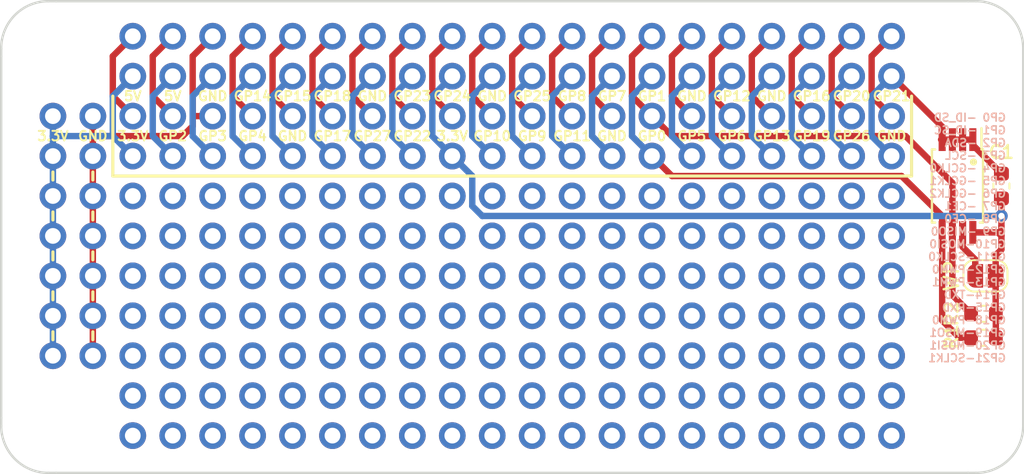
<source format=kicad_pcb>
(kicad_pcb (version 20171130) (host pcbnew 5.0.2-bee76a0~70~ubuntu18.04.1)

  (general
    (thickness 1.6)
    (drawings 73)
    (tracks 167)
    (zones 0)
    (modules 17)
    (nets 182)
  )

  (page A4)
  (layers
    (0 F.Cu signal)
    (31 B.Cu signal)
    (32 B.Adhes user)
    (33 F.Adhes user)
    (34 B.Paste user)
    (35 F.Paste user)
    (36 B.SilkS user)
    (37 F.SilkS user)
    (38 B.Mask user)
    (39 F.Mask user)
    (40 Dwgs.User user)
    (41 Cmts.User user)
    (42 Eco1.User user)
    (43 Eco2.User user)
    (44 Edge.Cuts user)
    (45 Margin user)
    (46 B.CrtYd user)
    (47 F.CrtYd user)
    (48 B.Fab user)
    (49 F.Fab user)
  )

  (setup
    (last_trace_width 0.4064)
    (trace_clearance 0.2)
    (zone_clearance 0.508)
    (zone_45_only no)
    (trace_min 0.2)
    (segment_width 0.2)
    (edge_width 0.15)
    (via_size 0.8)
    (via_drill 0.4)
    (via_min_size 0.4572)
    (via_min_drill 0.3)
    (uvia_size 0.3)
    (uvia_drill 0.1)
    (uvias_allowed no)
    (uvia_min_size 0.2)
    (uvia_min_drill 0.1)
    (pcb_text_width 0.3)
    (pcb_text_size 1.5 1.5)
    (mod_edge_width 0.15)
    (mod_text_size 1 1)
    (mod_text_width 0.15)
    (pad_size 1.524 1.524)
    (pad_drill 0.762)
    (pad_to_mask_clearance 0.051)
    (solder_mask_min_width 0.25)
    (aux_axis_origin 0 0)
    (grid_origin 68.58 44.45)
    (visible_elements FFFFFF7F)
    (pcbplotparams
      (layerselection 0x010f0_ffffffff)
      (usegerberextensions false)
      (usegerberattributes false)
      (usegerberadvancedattributes false)
      (creategerberjobfile false)
      (excludeedgelayer true)
      (linewidth 0.100000)
      (plotframeref false)
      (viasonmask false)
      (mode 1)
      (useauxorigin false)
      (hpglpennumber 1)
      (hpglpenspeed 20)
      (hpglpendiameter 15.000000)
      (psnegative false)
      (psa4output false)
      (plotreference true)
      (plotvalue true)
      (plotinvisibletext false)
      (padsonsilk false)
      (subtractmaskfromsilk false)
      (outputformat 1)
      (mirror false)
      (drillshape 0)
      (scaleselection 1)
      (outputdirectory "gerber/"))
  )

  (net 0 "")
  (net 1 "Net-(JP1-Pad1)")
  (net 2 3V3-1)
  (net 3 5V-2)
  (net 4 GPIO2)
  (net 5 5V-4)
  (net 6 GPIO3)
  (net 7 GND-9)
  (net 8 GPIO4)
  (net 9 GPIO14)
  (net 10 GPIO15)
  (net 11 GPIO17)
  (net 12 GPIO18)
  (net 13 GPIO27)
  (net 14 GND-14)
  (net 15 GPIO22)
  (net 16 GPIO23)
  (net 17 3V3-17)
  (net 18 GPIO24)
  (net 19 GPIO10)
  (net 20 GND-20)
  (net 21 GPIO9)
  (net 22 GPIO25)
  (net 23 GPIO11)
  (net 24 GPIO8)
  (net 25 GND-25)
  (net 26 GPIO7)
  (net 27 GPIO0)
  (net 28 GPIO1)
  (net 29 GPIO5)
  (net 30 GND-30)
  (net 31 GPIO6)
  (net 32 GPIO12)
  (net 33 GPIO13)
  (net 34 GND-34)
  (net 35 GPIO19)
  (net 36 GPIO16)
  (net 37 GPIO26)
  (net 38 GPIO20)
  (net 39 GND-39)
  (net 40 GPIO21)
  (net 41 GND-6)
  (net 42 "Net-(J3-Pad40)")
  (net 43 "Net-(J3-Pad39)")
  (net 44 "Net-(J3-Pad38)")
  (net 45 "Net-(J3-Pad37)")
  (net 46 "Net-(J3-Pad36)")
  (net 47 "Net-(J3-Pad35)")
  (net 48 "Net-(J3-Pad34)")
  (net 49 "Net-(J3-Pad33)")
  (net 50 "Net-(J3-Pad32)")
  (net 51 "Net-(J3-Pad31)")
  (net 52 "Net-(J3-Pad30)")
  (net 53 "Net-(J3-Pad29)")
  (net 54 "Net-(J3-Pad28)")
  (net 55 "Net-(J3-Pad27)")
  (net 56 "Net-(J3-Pad26)")
  (net 57 "Net-(J3-Pad25)")
  (net 58 "Net-(J3-Pad24)")
  (net 59 "Net-(J3-Pad23)")
  (net 60 "Net-(J3-Pad22)")
  (net 61 "Net-(J3-Pad21)")
  (net 62 "Net-(J3-Pad20)")
  (net 63 "Net-(J3-Pad19)")
  (net 64 "Net-(J3-Pad18)")
  (net 65 "Net-(J3-Pad17)")
  (net 66 "Net-(J3-Pad16)")
  (net 67 "Net-(J3-Pad15)")
  (net 68 "Net-(J3-Pad14)")
  (net 69 "Net-(J3-Pad13)")
  (net 70 "Net-(J3-Pad12)")
  (net 71 "Net-(J3-Pad11)")
  (net 72 "Net-(J3-Pad10)")
  (net 73 "Net-(J3-Pad9)")
  (net 74 "Net-(J3-Pad8)")
  (net 75 "Net-(J3-Pad7)")
  (net 76 "Net-(J3-Pad6)")
  (net 77 "Net-(J3-Pad5)")
  (net 78 "Net-(J3-Pad4)")
  (net 79 "Net-(J3-Pad3)")
  (net 80 "Net-(J3-Pad2)")
  (net 81 "Net-(J3-Pad1)")
  (net 82 "Net-(J4-Pad1)")
  (net 83 "Net-(J4-Pad2)")
  (net 84 "Net-(J4-Pad3)")
  (net 85 "Net-(J4-Pad4)")
  (net 86 "Net-(J4-Pad5)")
  (net 87 "Net-(J4-Pad6)")
  (net 88 "Net-(J4-Pad7)")
  (net 89 "Net-(J4-Pad8)")
  (net 90 "Net-(J4-Pad9)")
  (net 91 "Net-(J4-Pad10)")
  (net 92 "Net-(J4-Pad11)")
  (net 93 "Net-(J4-Pad12)")
  (net 94 "Net-(J4-Pad13)")
  (net 95 "Net-(J4-Pad14)")
  (net 96 "Net-(J4-Pad15)")
  (net 97 "Net-(J4-Pad16)")
  (net 98 "Net-(J4-Pad17)")
  (net 99 "Net-(J4-Pad18)")
  (net 100 "Net-(J4-Pad19)")
  (net 101 "Net-(J4-Pad20)")
  (net 102 "Net-(J4-Pad21)")
  (net 103 "Net-(J4-Pad22)")
  (net 104 "Net-(J4-Pad23)")
  (net 105 "Net-(J4-Pad24)")
  (net 106 "Net-(J4-Pad25)")
  (net 107 "Net-(J4-Pad26)")
  (net 108 "Net-(J4-Pad27)")
  (net 109 "Net-(J4-Pad28)")
  (net 110 "Net-(J4-Pad29)")
  (net 111 "Net-(J4-Pad30)")
  (net 112 "Net-(J4-Pad31)")
  (net 113 "Net-(J4-Pad32)")
  (net 114 "Net-(J4-Pad33)")
  (net 115 "Net-(J4-Pad34)")
  (net 116 "Net-(J4-Pad35)")
  (net 117 "Net-(J4-Pad36)")
  (net 118 "Net-(J4-Pad37)")
  (net 119 "Net-(J4-Pad38)")
  (net 120 "Net-(J4-Pad39)")
  (net 121 "Net-(J4-Pad40)")
  (net 122 "Net-(J5-Pad40)")
  (net 123 "Net-(J5-Pad39)")
  (net 124 "Net-(J5-Pad38)")
  (net 125 "Net-(J5-Pad37)")
  (net 126 "Net-(J5-Pad36)")
  (net 127 "Net-(J5-Pad35)")
  (net 128 "Net-(J5-Pad34)")
  (net 129 "Net-(J5-Pad33)")
  (net 130 "Net-(J5-Pad32)")
  (net 131 "Net-(J5-Pad31)")
  (net 132 "Net-(J5-Pad30)")
  (net 133 "Net-(J5-Pad29)")
  (net 134 "Net-(J5-Pad28)")
  (net 135 "Net-(J5-Pad27)")
  (net 136 "Net-(J5-Pad26)")
  (net 137 "Net-(J5-Pad25)")
  (net 138 "Net-(J5-Pad24)")
  (net 139 "Net-(J5-Pad23)")
  (net 140 "Net-(J5-Pad22)")
  (net 141 "Net-(J5-Pad21)")
  (net 142 "Net-(J5-Pad20)")
  (net 143 "Net-(J5-Pad19)")
  (net 144 "Net-(J5-Pad18)")
  (net 145 "Net-(J5-Pad17)")
  (net 146 "Net-(J5-Pad16)")
  (net 147 "Net-(J5-Pad15)")
  (net 148 "Net-(J5-Pad14)")
  (net 149 "Net-(J5-Pad13)")
  (net 150 "Net-(J5-Pad12)")
  (net 151 "Net-(J5-Pad11)")
  (net 152 "Net-(J5-Pad10)")
  (net 153 "Net-(J5-Pad9)")
  (net 154 "Net-(J5-Pad8)")
  (net 155 "Net-(J5-Pad7)")
  (net 156 "Net-(J5-Pad6)")
  (net 157 "Net-(J5-Pad5)")
  (net 158 "Net-(J5-Pad4)")
  (net 159 "Net-(J5-Pad3)")
  (net 160 "Net-(J5-Pad2)")
  (net 161 "Net-(J5-Pad1)")
  (net 162 "Net-(J6-Pad20)")
  (net 163 "Net-(J6-Pad19)")
  (net 164 "Net-(J6-Pad18)")
  (net 165 "Net-(J6-Pad17)")
  (net 166 "Net-(J6-Pad16)")
  (net 167 "Net-(J6-Pad15)")
  (net 168 "Net-(J6-Pad14)")
  (net 169 "Net-(J6-Pad13)")
  (net 170 "Net-(J6-Pad12)")
  (net 171 "Net-(J6-Pad11)")
  (net 172 "Net-(J6-Pad10)")
  (net 173 "Net-(J6-Pad9)")
  (net 174 "Net-(J6-Pad8)")
  (net 175 "Net-(J6-Pad7)")
  (net 176 "Net-(J6-Pad6)")
  (net 177 "Net-(J6-Pad5)")
  (net 178 "Net-(J6-Pad4)")
  (net 179 "Net-(J6-Pad3)")
  (net 180 "Net-(J6-Pad2)")
  (net 181 "Net-(J6-Pad1)")

  (net_class Default "This is the default net class."
    (clearance 0.2)
    (trace_width 0.4064)
    (via_dia 0.8)
    (via_drill 0.4)
    (uvia_dia 0.3)
    (uvia_drill 0.1)
    (add_net 3V3-1)
    (add_net 3V3-17)
    (add_net 5V-2)
    (add_net 5V-4)
    (add_net GND-14)
    (add_net GND-20)
    (add_net GND-25)
    (add_net GND-30)
    (add_net GND-34)
    (add_net GND-39)
    (add_net GND-6)
    (add_net GND-9)
    (add_net GPIO0)
    (add_net GPIO1)
    (add_net GPIO10)
    (add_net GPIO11)
    (add_net GPIO12)
    (add_net GPIO13)
    (add_net GPIO14)
    (add_net GPIO15)
    (add_net GPIO16)
    (add_net GPIO17)
    (add_net GPIO18)
    (add_net GPIO19)
    (add_net GPIO2)
    (add_net GPIO20)
    (add_net GPIO21)
    (add_net GPIO22)
    (add_net GPIO23)
    (add_net GPIO24)
    (add_net GPIO25)
    (add_net GPIO26)
    (add_net GPIO27)
    (add_net GPIO3)
    (add_net GPIO4)
    (add_net GPIO5)
    (add_net GPIO6)
    (add_net GPIO7)
    (add_net GPIO8)
    (add_net GPIO9)
    (add_net "Net-(J3-Pad1)")
    (add_net "Net-(J3-Pad10)")
    (add_net "Net-(J3-Pad11)")
    (add_net "Net-(J3-Pad12)")
    (add_net "Net-(J3-Pad13)")
    (add_net "Net-(J3-Pad14)")
    (add_net "Net-(J3-Pad15)")
    (add_net "Net-(J3-Pad16)")
    (add_net "Net-(J3-Pad17)")
    (add_net "Net-(J3-Pad18)")
    (add_net "Net-(J3-Pad19)")
    (add_net "Net-(J3-Pad2)")
    (add_net "Net-(J3-Pad20)")
    (add_net "Net-(J3-Pad21)")
    (add_net "Net-(J3-Pad22)")
    (add_net "Net-(J3-Pad23)")
    (add_net "Net-(J3-Pad24)")
    (add_net "Net-(J3-Pad25)")
    (add_net "Net-(J3-Pad26)")
    (add_net "Net-(J3-Pad27)")
    (add_net "Net-(J3-Pad28)")
    (add_net "Net-(J3-Pad29)")
    (add_net "Net-(J3-Pad3)")
    (add_net "Net-(J3-Pad30)")
    (add_net "Net-(J3-Pad31)")
    (add_net "Net-(J3-Pad32)")
    (add_net "Net-(J3-Pad33)")
    (add_net "Net-(J3-Pad34)")
    (add_net "Net-(J3-Pad35)")
    (add_net "Net-(J3-Pad36)")
    (add_net "Net-(J3-Pad37)")
    (add_net "Net-(J3-Pad38)")
    (add_net "Net-(J3-Pad39)")
    (add_net "Net-(J3-Pad4)")
    (add_net "Net-(J3-Pad40)")
    (add_net "Net-(J3-Pad5)")
    (add_net "Net-(J3-Pad6)")
    (add_net "Net-(J3-Pad7)")
    (add_net "Net-(J3-Pad8)")
    (add_net "Net-(J3-Pad9)")
    (add_net "Net-(J4-Pad1)")
    (add_net "Net-(J4-Pad10)")
    (add_net "Net-(J4-Pad11)")
    (add_net "Net-(J4-Pad12)")
    (add_net "Net-(J4-Pad13)")
    (add_net "Net-(J4-Pad14)")
    (add_net "Net-(J4-Pad15)")
    (add_net "Net-(J4-Pad16)")
    (add_net "Net-(J4-Pad17)")
    (add_net "Net-(J4-Pad18)")
    (add_net "Net-(J4-Pad19)")
    (add_net "Net-(J4-Pad2)")
    (add_net "Net-(J4-Pad20)")
    (add_net "Net-(J4-Pad21)")
    (add_net "Net-(J4-Pad22)")
    (add_net "Net-(J4-Pad23)")
    (add_net "Net-(J4-Pad24)")
    (add_net "Net-(J4-Pad25)")
    (add_net "Net-(J4-Pad26)")
    (add_net "Net-(J4-Pad27)")
    (add_net "Net-(J4-Pad28)")
    (add_net "Net-(J4-Pad29)")
    (add_net "Net-(J4-Pad3)")
    (add_net "Net-(J4-Pad30)")
    (add_net "Net-(J4-Pad31)")
    (add_net "Net-(J4-Pad32)")
    (add_net "Net-(J4-Pad33)")
    (add_net "Net-(J4-Pad34)")
    (add_net "Net-(J4-Pad35)")
    (add_net "Net-(J4-Pad36)")
    (add_net "Net-(J4-Pad37)")
    (add_net "Net-(J4-Pad38)")
    (add_net "Net-(J4-Pad39)")
    (add_net "Net-(J4-Pad4)")
    (add_net "Net-(J4-Pad40)")
    (add_net "Net-(J4-Pad5)")
    (add_net "Net-(J4-Pad6)")
    (add_net "Net-(J4-Pad7)")
    (add_net "Net-(J4-Pad8)")
    (add_net "Net-(J4-Pad9)")
    (add_net "Net-(J5-Pad1)")
    (add_net "Net-(J5-Pad10)")
    (add_net "Net-(J5-Pad11)")
    (add_net "Net-(J5-Pad12)")
    (add_net "Net-(J5-Pad13)")
    (add_net "Net-(J5-Pad14)")
    (add_net "Net-(J5-Pad15)")
    (add_net "Net-(J5-Pad16)")
    (add_net "Net-(J5-Pad17)")
    (add_net "Net-(J5-Pad18)")
    (add_net "Net-(J5-Pad19)")
    (add_net "Net-(J5-Pad2)")
    (add_net "Net-(J5-Pad20)")
    (add_net "Net-(J5-Pad21)")
    (add_net "Net-(J5-Pad22)")
    (add_net "Net-(J5-Pad23)")
    (add_net "Net-(J5-Pad24)")
    (add_net "Net-(J5-Pad25)")
    (add_net "Net-(J5-Pad26)")
    (add_net "Net-(J5-Pad27)")
    (add_net "Net-(J5-Pad28)")
    (add_net "Net-(J5-Pad29)")
    (add_net "Net-(J5-Pad3)")
    (add_net "Net-(J5-Pad30)")
    (add_net "Net-(J5-Pad31)")
    (add_net "Net-(J5-Pad32)")
    (add_net "Net-(J5-Pad33)")
    (add_net "Net-(J5-Pad34)")
    (add_net "Net-(J5-Pad35)")
    (add_net "Net-(J5-Pad36)")
    (add_net "Net-(J5-Pad37)")
    (add_net "Net-(J5-Pad38)")
    (add_net "Net-(J5-Pad39)")
    (add_net "Net-(J5-Pad4)")
    (add_net "Net-(J5-Pad40)")
    (add_net "Net-(J5-Pad5)")
    (add_net "Net-(J5-Pad6)")
    (add_net "Net-(J5-Pad7)")
    (add_net "Net-(J5-Pad8)")
    (add_net "Net-(J5-Pad9)")
    (add_net "Net-(J6-Pad1)")
    (add_net "Net-(J6-Pad10)")
    (add_net "Net-(J6-Pad11)")
    (add_net "Net-(J6-Pad12)")
    (add_net "Net-(J6-Pad13)")
    (add_net "Net-(J6-Pad14)")
    (add_net "Net-(J6-Pad15)")
    (add_net "Net-(J6-Pad16)")
    (add_net "Net-(J6-Pad17)")
    (add_net "Net-(J6-Pad18)")
    (add_net "Net-(J6-Pad19)")
    (add_net "Net-(J6-Pad2)")
    (add_net "Net-(J6-Pad20)")
    (add_net "Net-(J6-Pad3)")
    (add_net "Net-(J6-Pad4)")
    (add_net "Net-(J6-Pad5)")
    (add_net "Net-(J6-Pad6)")
    (add_net "Net-(J6-Pad7)")
    (add_net "Net-(J6-Pad8)")
    (add_net "Net-(J6-Pad9)")
    (add_net "Net-(JP1-Pad1)")
  )

  (module MountingHole:MountingHole_2.5mm (layer F.Cu) (tedit 5C7848D7) (tstamp 5C839D99)
    (at 39.58 67.45)
    (descr "Mounting Hole 2.5mm, no annular")
    (tags "mounting hole 2.5mm no annular")
    (path /5C76FC22)
    (solder_mask_margin 1.27)
    (attr virtual)
    (fp_text reference H3 (at 0 -3.5) (layer F.SilkS) hide
      (effects (font (size 1 1) (thickness 0.15)))
    )
    (fp_text value M2.5 (at 0 3.5) (layer F.Fab) hide
      (effects (font (size 1 1) (thickness 0.15)))
    )
    (fp_text user %R (at 0.3 0) (layer F.Fab) hide
      (effects (font (size 1 1) (thickness 0.15)))
    )
    (fp_circle (center 0 0) (end 2.5 0) (layer Cmts.User) (width 0.15))
    (fp_circle (center 0 0) (end 2.75 0) (layer F.CrtYd) (width 0.05))
    (pad 1 np_thru_hole circle (at 0 0) (size 2.5 2.5) (drill 2.5) (layers *.Cu *.Mask))
  )

  (module MountingHole:MountingHole_2.5mm (layer F.Cu) (tedit 5C7848E8) (tstamp 5C839D89)
    (at 39.58 44.45)
    (descr "Mounting Hole 2.5mm, no annular")
    (tags "mounting hole 2.5mm no annular")
    (path /5C76FA49)
    (solder_mask_margin 1.27)
    (attr virtual)
    (fp_text reference H1 (at 0 -3.5) (layer F.SilkS) hide
      (effects (font (size 1 1) (thickness 0.15)))
    )
    (fp_text value M2.5 (at 0 3.5) (layer F.Fab) hide
      (effects (font (size 1 1) (thickness 0.15)))
    )
    (fp_text user %R (at 0.3 0) (layer F.Fab)
      (effects (font (size 1 1) (thickness 0.15)))
    )
    (fp_circle (center 0 0) (end 2.5 0) (layer Cmts.User) (width 0.15))
    (fp_circle (center 0 0) (end 2.75 0) (layer F.CrtYd) (width 0.05))
    (pad 1 np_thru_hole circle (at 0 0) (size 2.5 2.5) (drill 2.5) (layers *.Cu *.Mask))
  )

  (module MountingHole:MountingHole_2.5mm (layer F.Cu) (tedit 5C7848F1) (tstamp 5C839D91)
    (at 97.58 44.45)
    (descr "Mounting Hole 2.5mm, no annular")
    (tags "mounting hole 2.5mm no annular")
    (path /5C76FB56)
    (solder_mask_margin 1.27)
    (attr virtual)
    (fp_text reference H2 (at 0 -3.5) (layer F.SilkS) hide
      (effects (font (size 1 1) (thickness 0.15)))
    )
    (fp_text value M2.5 (at 0 3.5) (layer F.Fab) hide
      (effects (font (size 1 1) (thickness 0.15)))
    )
    (fp_circle (center 0 0) (end 2.75 0) (layer F.CrtYd) (width 0.05))
    (fp_circle (center 0 0) (end 2.5 0) (layer Cmts.User) (width 0.15))
    (fp_text user %R (at 0.3 0) (layer F.Fab)
      (effects (font (size 1 1) (thickness 0.15)))
    )
    (pad 1 np_thru_hole circle (at 0 0) (size 2.5 2.5) (drill 2.5) (layers *.Cu *.Mask))
  )

  (module MountingHole:MountingHole_2.5mm (layer F.Cu) (tedit 5C7848F9) (tstamp 5C83A994)
    (at 97.58 67.45)
    (descr "Mounting Hole 2.5mm, no annular")
    (tags "mounting hole 2.5mm no annular")
    (path /5C76FCFD)
    (solder_mask_margin 1.27)
    (attr virtual)
    (fp_text reference H4 (at 0 -3.5) (layer F.SilkS) hide
      (effects (font (size 1 1) (thickness 0.15)))
    )
    (fp_text value M2.5 (at 0 3.5) (layer F.Fab) hide
      (effects (font (size 1 1) (thickness 0.15)))
    )
    (fp_circle (center 0 0) (end 2.75 0) (layer F.CrtYd) (width 0.05))
    (fp_circle (center 0 0) (end 2.5 0) (layer Cmts.User) (width 0.15))
    (fp_text user %R (at 0.3 0) (layer F.Fab)
      (effects (font (size 1 1) (thickness 0.15)))
    )
    (pad 1 np_thru_hole circle (at 0 0) (size 2.5 2.5) (drill 2.5) (layers *.Cu *.Mask))
  )

  (module Package_SO:TSSOP-8_4.4x3mm_P0.65mm (layer F.Cu) (tedit 5C78491F) (tstamp 5C83A664)
    (at 96.901 52.705 270)
    (descr "8-Lead Plastic Thin Shrink Small Outline (ST)-4.4 mm Body [TSSOP] (see Microchip Packaging Specification 00000049BS.pdf)")
    (tags "SSOP 0.65")
    (path /5C783DF5)
    (attr smd)
    (fp_text reference U1 (at 0 -2.55 270) (layer F.SilkS) hide
      (effects (font (size 1 1) (thickness 0.15)))
    )
    (fp_text value 24CXX (at 0 2.55 270) (layer F.Fab) hide
      (effects (font (size 1 1) (thickness 0.15)))
    )
    (fp_line (start -1.2 -1.5) (end 2.2 -1.5) (layer F.Fab) (width 0.15))
    (fp_line (start 2.2 -1.5) (end 2.2 1.5) (layer F.Fab) (width 0.15))
    (fp_line (start 2.2 1.5) (end -2.2 1.5) (layer F.Fab) (width 0.15))
    (fp_line (start -2.2 1.5) (end -2.2 -0.5) (layer F.Fab) (width 0.15))
    (fp_line (start -2.2 -0.5) (end -1.2 -1.5) (layer F.Fab) (width 0.15))
    (fp_line (start -3.95 -1.8) (end -3.95 1.8) (layer F.CrtYd) (width 0.05))
    (fp_line (start 3.95 -1.8) (end 3.95 1.8) (layer F.CrtYd) (width 0.05))
    (fp_line (start -3.95 -1.8) (end 3.95 -1.8) (layer F.CrtYd) (width 0.05))
    (fp_line (start -3.95 1.8) (end 3.95 1.8) (layer F.CrtYd) (width 0.05))
    (fp_line (start -2.325 -1.625) (end -2.325 -1.525) (layer F.SilkS) (width 0.15))
    (fp_line (start 2.325 -1.625) (end 2.325 -1.425) (layer F.SilkS) (width 0.15))
    (fp_line (start 2.325 1.625) (end 2.325 1.425) (layer F.SilkS) (width 0.15))
    (fp_line (start -2.325 1.625) (end -2.325 1.425) (layer F.SilkS) (width 0.15))
    (fp_line (start -2.325 -1.625) (end 2.325 -1.625) (layer F.SilkS) (width 0.15))
    (fp_line (start -2.325 1.625) (end 2.325 1.625) (layer F.SilkS) (width 0.15))
    (fp_line (start -2.325 -1.525) (end -3.675 -1.525) (layer F.SilkS) (width 0.15))
    (fp_text user %R (at 0 0 270) (layer F.Fab) hide
      (effects (font (size 0.7 0.7) (thickness 0.15)))
    )
    (pad 1 smd rect (at -2.95 -0.975 270) (size 1.45 0.45) (layers F.Cu F.Paste F.Mask)
      (net 39 GND-39))
    (pad 2 smd rect (at -2.95 -0.325 270) (size 1.45 0.45) (layers F.Cu F.Paste F.Mask)
      (net 39 GND-39))
    (pad 3 smd rect (at -2.95 0.325 270) (size 1.45 0.45) (layers F.Cu F.Paste F.Mask)
      (net 39 GND-39))
    (pad 4 smd rect (at -2.95 0.975 270) (size 1.45 0.45) (layers F.Cu F.Paste F.Mask)
      (net 39 GND-39))
    (pad 5 smd rect (at 2.95 0.975 270) (size 1.45 0.45) (layers F.Cu F.Paste F.Mask)
      (net 27 GPIO0))
    (pad 6 smd rect (at 2.95 0.325 270) (size 1.45 0.45) (layers F.Cu F.Paste F.Mask)
      (net 28 GPIO1))
    (pad 7 smd rect (at 2.95 -0.325 270) (size 1.45 0.45) (layers F.Cu F.Paste F.Mask)
      (net 1 "Net-(JP1-Pad1)"))
    (pad 8 smd rect (at 2.95 -0.975 270) (size 1.45 0.45) (layers F.Cu F.Paste F.Mask)
      (net 17 3V3-17))
    (model ${KISYS3DMOD}/Package_SO.3dshapes/TSSOP-8_4.4x3mm_P0.65mm.wrl
      (at (xyz 0 0 0))
      (scale (xyz 1 1 1))
      (rotate (xyz 0 0 0))
    )
  )

  (module Jumper:SolderJumper-2_P1.3mm_Open_RoundedPad1.0x1.5mm (layer F.Cu) (tedit 5C7ACDCC) (tstamp 5C83A882)
    (at 98.679 58.42)
    (descr "SMD Solder Jumper, 1x1.5mm, rounded Pads, 0.3mm gap, open")
    (tags "solder jumper open")
    (path /5C7846F4)
    (attr virtual)
    (fp_text reference JP1 (at 0 -1.8) (layer F.SilkS) hide
      (effects (font (size 1 1) (thickness 0.15)))
    )
    (fp_text value WP (at -2.159 0 90) (layer F.SilkS)
      (effects (font (size 0.9144 0.9144) (thickness 0.1524)))
    )
    (fp_arc (start 0.7 -0.3) (end 1.4 -0.3) (angle -90) (layer F.SilkS) (width 0.12))
    (fp_arc (start 0.7 0.3) (end 0.7 1) (angle -90) (layer F.SilkS) (width 0.12))
    (fp_arc (start -0.7 0.3) (end -1.4 0.3) (angle -90) (layer F.SilkS) (width 0.12))
    (fp_arc (start -0.7 -0.3) (end -0.7 -1) (angle -90) (layer F.SilkS) (width 0.12))
    (fp_line (start -1.4 0.3) (end -1.4 -0.3) (layer F.SilkS) (width 0.12))
    (fp_line (start 0.7 1) (end -0.7 1) (layer F.SilkS) (width 0.12))
    (fp_line (start 1.4 -0.3) (end 1.4 0.3) (layer F.SilkS) (width 0.12))
    (fp_line (start -0.7 -1) (end 0.7 -1) (layer F.SilkS) (width 0.12))
    (fp_line (start -1.65 -1.25) (end 1.65 -1.25) (layer F.CrtYd) (width 0.05))
    (fp_line (start -1.65 -1.25) (end -1.65 1.25) (layer F.CrtYd) (width 0.05))
    (fp_line (start 1.65 1.25) (end 1.65 -1.25) (layer F.CrtYd) (width 0.05))
    (fp_line (start 1.65 1.25) (end -1.65 1.25) (layer F.CrtYd) (width 0.05))
    (pad 1 smd custom (at -0.65 0) (size 1 0.5) (layers F.Cu F.Mask)
      (net 1 "Net-(JP1-Pad1)") (zone_connect 0)
      (options (clearance outline) (anchor rect))
      (primitives
        (gr_circle (center 0 0.25) (end 0.5 0.25) (width 0))
        (gr_circle (center 0 -0.25) (end 0.5 -0.25) (width 0))
        (gr_poly (pts
           (xy 0 -0.75) (xy 0.5 -0.75) (xy 0.5 0.75) (xy 0 0.75)) (width 0))
      ))
    (pad 2 smd custom (at 0.65 0) (size 1 0.5) (layers F.Cu F.Mask)
      (net 17 3V3-17) (zone_connect 0)
      (options (clearance outline) (anchor rect))
      (primitives
        (gr_circle (center 0 0.25) (end 0.5 0.25) (width 0))
        (gr_circle (center 0 -0.25) (end 0.5 -0.25) (width 0))
        (gr_poly (pts
           (xy 0 -0.75) (xy -0.5 -0.75) (xy -0.5 0.75) (xy 0 0.75)) (width 0))
      ))
  )

  (module Capacitor_SMD:C_0603_1608Metric (layer F.Cu) (tedit 5C7ACDC0) (tstamp 5C9E7648)
    (at 99.695 52.705 90)
    (descr "Capacitor SMD 0603 (1608 Metric), square (rectangular) end terminal, IPC_7351 nominal, (Body size source: http://www.tortai-tech.com/upload/download/2011102023233369053.pdf), generated with kicad-footprint-generator")
    (tags capacitor)
    (path /5C786C4B)
    (attr smd)
    (fp_text reference C1 (at 2.159 0 180) (layer F.SilkS)
      (effects (font (size 0.8128 0.8128) (thickness 0.1524)))
    )
    (fp_text value 100n (at 0 1.43 90) (layer F.Fab) hide
      (effects (font (size 1 1) (thickness 0.15)))
    )
    (fp_line (start -0.8 0.4) (end -0.8 -0.4) (layer F.Fab) (width 0.1))
    (fp_line (start -0.8 -0.4) (end 0.8 -0.4) (layer F.Fab) (width 0.1))
    (fp_line (start 0.8 -0.4) (end 0.8 0.4) (layer F.Fab) (width 0.1))
    (fp_line (start 0.8 0.4) (end -0.8 0.4) (layer F.Fab) (width 0.1))
    (fp_line (start -0.162779 -0.51) (end 0.162779 -0.51) (layer F.SilkS) (width 0.12))
    (fp_line (start -0.162779 0.51) (end 0.162779 0.51) (layer F.SilkS) (width 0.12))
    (fp_line (start -1.48 0.73) (end -1.48 -0.73) (layer F.CrtYd) (width 0.05))
    (fp_line (start -1.48 -0.73) (end 1.48 -0.73) (layer F.CrtYd) (width 0.05))
    (fp_line (start 1.48 -0.73) (end 1.48 0.73) (layer F.CrtYd) (width 0.05))
    (fp_line (start 1.48 0.73) (end -1.48 0.73) (layer F.CrtYd) (width 0.05))
    (fp_text user %R (at 0 0 90) (layer F.Fab) hide
      (effects (font (size 0.4 0.4) (thickness 0.06)))
    )
    (pad 1 smd roundrect (at -0.7875 0 90) (size 0.875 0.95) (layers F.Cu F.Paste F.Mask) (roundrect_rratio 0.25)
      (net 17 3V3-17))
    (pad 2 smd roundrect (at 0.7875 0 90) (size 0.875 0.95) (layers F.Cu F.Paste F.Mask) (roundrect_rratio 0.25)
      (net 39 GND-39))
    (model ${KISYS3DMOD}/Capacitor_SMD.3dshapes/C_0603_1608Metric.wrl
      (at (xyz 0 0 0))
      (scale (xyz 1 1 1))
      (rotate (xyz 0 0 0))
    )
  )

  (module Resistor_SMD:R_0603_1608Metric (layer F.Cu) (tedit 5C7ACDB5) (tstamp 5C83B89D)
    (at 98.552 62.357 180)
    (descr "Resistor SMD 0603 (1608 Metric), square (rectangular) end terminal, IPC_7351 nominal, (Body size source: http://www.tortai-tech.com/upload/download/2011102023233369053.pdf), generated with kicad-footprint-generator")
    (tags resistor)
    (path /5C786280)
    (attr smd)
    (fp_text reference R1 (at 2.032 0.0635 90) (layer F.SilkS)
      (effects (font (size 0.8128 0.8128) (thickness 0.1524)))
    )
    (fp_text value 3k9 (at 0 1.43 180) (layer F.Fab) hide
      (effects (font (size 1 1) (thickness 0.15)))
    )
    (fp_line (start -0.8 0.4) (end -0.8 -0.4) (layer F.Fab) (width 0.1))
    (fp_line (start -0.8 -0.4) (end 0.8 -0.4) (layer F.Fab) (width 0.1))
    (fp_line (start 0.8 -0.4) (end 0.8 0.4) (layer F.Fab) (width 0.1))
    (fp_line (start 0.8 0.4) (end -0.8 0.4) (layer F.Fab) (width 0.1))
    (fp_line (start -0.162779 -0.51) (end 0.162779 -0.51) (layer F.SilkS) (width 0.12))
    (fp_line (start -0.162779 0.51) (end 0.162779 0.51) (layer F.SilkS) (width 0.12))
    (fp_line (start -1.48 0.73) (end -1.48 -0.73) (layer F.CrtYd) (width 0.05))
    (fp_line (start -1.48 -0.73) (end 1.48 -0.73) (layer F.CrtYd) (width 0.05))
    (fp_line (start 1.48 -0.73) (end 1.48 0.73) (layer F.CrtYd) (width 0.05))
    (fp_line (start 1.48 0.73) (end -1.48 0.73) (layer F.CrtYd) (width 0.05))
    (fp_text user %R (at 0 0 180) (layer F.Fab) hide
      (effects (font (size 0.4 0.4) (thickness 0.06)))
    )
    (pad 1 smd roundrect (at -0.7875 0 180) (size 0.875 0.95) (layers F.Cu F.Paste F.Mask) (roundrect_rratio 0.25)
      (net 17 3V3-17))
    (pad 2 smd roundrect (at 0.7875 0 180) (size 0.875 0.95) (layers F.Cu F.Paste F.Mask) (roundrect_rratio 0.25)
      (net 27 GPIO0))
    (model ${KISYS3DMOD}/Resistor_SMD.3dshapes/R_0603_1608Metric.wrl
      (at (xyz 0 0 0))
      (scale (xyz 1 1 1))
      (rotate (xyz 0 0 0))
    )
  )

  (module Resistor_SMD:R_0603_1608Metric (layer F.Cu) (tedit 5C7ACDAD) (tstamp 5C83B5E2)
    (at 98.552 60.833 180)
    (descr "Resistor SMD 0603 (1608 Metric), square (rectangular) end terminal, IPC_7351 nominal, (Body size source: http://www.tortai-tech.com/upload/download/2011102023233369053.pdf), generated with kicad-footprint-generator")
    (tags resistor)
    (path /5C7863AA)
    (attr smd)
    (fp_text reference R2 (at 2.032 0 270) (layer F.SilkS)
      (effects (font (size 0.8128 0.8128) (thickness 0.1524)))
    )
    (fp_text value 3k9 (at 0 1.43 180) (layer F.Fab) hide
      (effects (font (size 1 1) (thickness 0.15)))
    )
    (fp_text user %R (at 0 0 180) (layer F.Fab) hide
      (effects (font (size 0.4 0.4) (thickness 0.06)))
    )
    (fp_line (start 1.48 0.73) (end -1.48 0.73) (layer F.CrtYd) (width 0.05))
    (fp_line (start 1.48 -0.73) (end 1.48 0.73) (layer F.CrtYd) (width 0.05))
    (fp_line (start -1.48 -0.73) (end 1.48 -0.73) (layer F.CrtYd) (width 0.05))
    (fp_line (start -1.48 0.73) (end -1.48 -0.73) (layer F.CrtYd) (width 0.05))
    (fp_line (start -0.162779 0.51) (end 0.162779 0.51) (layer F.SilkS) (width 0.12))
    (fp_line (start -0.162779 -0.51) (end 0.162779 -0.51) (layer F.SilkS) (width 0.12))
    (fp_line (start 0.8 0.4) (end -0.8 0.4) (layer F.Fab) (width 0.1))
    (fp_line (start 0.8 -0.4) (end 0.8 0.4) (layer F.Fab) (width 0.1))
    (fp_line (start -0.8 -0.4) (end 0.8 -0.4) (layer F.Fab) (width 0.1))
    (fp_line (start -0.8 0.4) (end -0.8 -0.4) (layer F.Fab) (width 0.1))
    (pad 2 smd roundrect (at 0.7875 0 180) (size 0.875 0.95) (layers F.Cu F.Paste F.Mask) (roundrect_rratio 0.25)
      (net 28 GPIO1))
    (pad 1 smd roundrect (at -0.7875 0 180) (size 0.875 0.95) (layers F.Cu F.Paste F.Mask) (roundrect_rratio 0.25)
      (net 17 3V3-17))
    (model ${KISYS3DMOD}/Resistor_SMD.3dshapes/R_0603_1608Metric.wrl
      (at (xyz 0 0 0))
      (scale (xyz 1 1 1))
      (rotate (xyz 0 0 0))
    )
  )

  (module rpi-zero-proto:Pad_2x20_P2.54mm (layer F.Cu) (tedit 5C798776) (tstamp 5C923A54)
    (at 44.45 55.88 90)
    (descr "Through hole pad, 2x20, 2.54mm pitch, double rows")
    (tags "Through hole pad THT 2x20 2.54mm double row")
    (path /5C79888D)
    (fp_text reference J3 (at 1.27 -2.33 90) (layer F.SilkS) hide
      (effects (font (size 1 1) (thickness 0.15)))
    )
    (fp_text value Conn_02x20_Odd_Even (at 1.27 50.59 90) (layer F.Fab) hide
      (effects (font (size 1 1) (thickness 0.15)))
    )
    (pad 40 thru_hole oval (at 2.54 48.26 90) (size 1.7 1.7) (drill 1) (layers *.Cu *.Mask)
      (net 42 "Net-(J3-Pad40)"))
    (pad 39 thru_hole oval (at 0 48.26 90) (size 1.7 1.7) (drill 1) (layers *.Cu *.Mask)
      (net 43 "Net-(J3-Pad39)"))
    (pad 38 thru_hole oval (at 2.54 45.72 90) (size 1.7 1.7) (drill 1) (layers *.Cu *.Mask)
      (net 44 "Net-(J3-Pad38)"))
    (pad 37 thru_hole oval (at 0 45.72 90) (size 1.7 1.7) (drill 1) (layers *.Cu *.Mask)
      (net 45 "Net-(J3-Pad37)"))
    (pad 36 thru_hole oval (at 2.54 43.18 90) (size 1.7 1.7) (drill 1) (layers *.Cu *.Mask)
      (net 46 "Net-(J3-Pad36)"))
    (pad 35 thru_hole oval (at 0 43.18 90) (size 1.7 1.7) (drill 1) (layers *.Cu *.Mask)
      (net 47 "Net-(J3-Pad35)"))
    (pad 34 thru_hole oval (at 2.54 40.64 90) (size 1.7 1.7) (drill 1) (layers *.Cu *.Mask)
      (net 48 "Net-(J3-Pad34)"))
    (pad 33 thru_hole oval (at 0 40.64 90) (size 1.7 1.7) (drill 1) (layers *.Cu *.Mask)
      (net 49 "Net-(J3-Pad33)"))
    (pad 32 thru_hole oval (at 2.54 38.1 90) (size 1.7 1.7) (drill 1) (layers *.Cu *.Mask)
      (net 50 "Net-(J3-Pad32)"))
    (pad 31 thru_hole oval (at 0 38.1 90) (size 1.7 1.7) (drill 1) (layers *.Cu *.Mask)
      (net 51 "Net-(J3-Pad31)"))
    (pad 30 thru_hole oval (at 2.54 35.56 90) (size 1.7 1.7) (drill 1) (layers *.Cu *.Mask)
      (net 52 "Net-(J3-Pad30)"))
    (pad 29 thru_hole oval (at 0 35.56 90) (size 1.7 1.7) (drill 1) (layers *.Cu *.Mask)
      (net 53 "Net-(J3-Pad29)"))
    (pad 28 thru_hole oval (at 2.54 33.02 90) (size 1.7 1.7) (drill 1) (layers *.Cu *.Mask)
      (net 54 "Net-(J3-Pad28)"))
    (pad 27 thru_hole oval (at 0 33.02 90) (size 1.7 1.7) (drill 1) (layers *.Cu *.Mask)
      (net 55 "Net-(J3-Pad27)"))
    (pad 26 thru_hole oval (at 2.54 30.48 90) (size 1.7 1.7) (drill 1) (layers *.Cu *.Mask)
      (net 56 "Net-(J3-Pad26)"))
    (pad 25 thru_hole oval (at 0 30.48 90) (size 1.7 1.7) (drill 1) (layers *.Cu *.Mask)
      (net 57 "Net-(J3-Pad25)"))
    (pad 24 thru_hole oval (at 2.54 27.94 90) (size 1.7 1.7) (drill 1) (layers *.Cu *.Mask)
      (net 58 "Net-(J3-Pad24)"))
    (pad 23 thru_hole oval (at 0 27.94 90) (size 1.7 1.7) (drill 1) (layers *.Cu *.Mask)
      (net 59 "Net-(J3-Pad23)"))
    (pad 22 thru_hole oval (at 2.54 25.4 90) (size 1.7 1.7) (drill 1) (layers *.Cu *.Mask)
      (net 60 "Net-(J3-Pad22)"))
    (pad 21 thru_hole oval (at 0 25.4 90) (size 1.7 1.7) (drill 1) (layers *.Cu *.Mask)
      (net 61 "Net-(J3-Pad21)"))
    (pad 20 thru_hole oval (at 2.54 22.86 90) (size 1.7 1.7) (drill 1) (layers *.Cu *.Mask)
      (net 62 "Net-(J3-Pad20)"))
    (pad 19 thru_hole oval (at 0 22.86 90) (size 1.7 1.7) (drill 1) (layers *.Cu *.Mask)
      (net 63 "Net-(J3-Pad19)"))
    (pad 18 thru_hole oval (at 2.54 20.32 90) (size 1.7 1.7) (drill 1) (layers *.Cu *.Mask)
      (net 64 "Net-(J3-Pad18)"))
    (pad 17 thru_hole oval (at 0 20.32 90) (size 1.7 1.7) (drill 1) (layers *.Cu *.Mask)
      (net 65 "Net-(J3-Pad17)"))
    (pad 16 thru_hole oval (at 2.54 17.78 90) (size 1.7 1.7) (drill 1) (layers *.Cu *.Mask)
      (net 66 "Net-(J3-Pad16)"))
    (pad 15 thru_hole oval (at 0 17.78 90) (size 1.7 1.7) (drill 1) (layers *.Cu *.Mask)
      (net 67 "Net-(J3-Pad15)"))
    (pad 14 thru_hole oval (at 2.54 15.24 90) (size 1.7 1.7) (drill 1) (layers *.Cu *.Mask)
      (net 68 "Net-(J3-Pad14)"))
    (pad 13 thru_hole oval (at 0 15.24 90) (size 1.7 1.7) (drill 1) (layers *.Cu *.Mask)
      (net 69 "Net-(J3-Pad13)"))
    (pad 12 thru_hole oval (at 2.54 12.7 90) (size 1.7 1.7) (drill 1) (layers *.Cu *.Mask)
      (net 70 "Net-(J3-Pad12)"))
    (pad 11 thru_hole oval (at 0 12.7 90) (size 1.7 1.7) (drill 1) (layers *.Cu *.Mask)
      (net 71 "Net-(J3-Pad11)"))
    (pad 10 thru_hole oval (at 2.54 10.16 90) (size 1.7 1.7) (drill 1) (layers *.Cu *.Mask)
      (net 72 "Net-(J3-Pad10)"))
    (pad 9 thru_hole oval (at 0 10.16 90) (size 1.7 1.7) (drill 1) (layers *.Cu *.Mask)
      (net 73 "Net-(J3-Pad9)"))
    (pad 8 thru_hole oval (at 2.54 7.62 90) (size 1.7 1.7) (drill 1) (layers *.Cu *.Mask)
      (net 74 "Net-(J3-Pad8)"))
    (pad 7 thru_hole oval (at 0 7.62 90) (size 1.7 1.7) (drill 1) (layers *.Cu *.Mask)
      (net 75 "Net-(J3-Pad7)"))
    (pad 6 thru_hole oval (at 2.54 5.08 90) (size 1.7 1.7) (drill 1) (layers *.Cu *.Mask)
      (net 76 "Net-(J3-Pad6)"))
    (pad 5 thru_hole oval (at 0 5.08 90) (size 1.7 1.7) (drill 1) (layers *.Cu *.Mask)
      (net 77 "Net-(J3-Pad5)"))
    (pad 4 thru_hole oval (at 2.54 2.54 90) (size 1.7 1.7) (drill 1) (layers *.Cu *.Mask)
      (net 78 "Net-(J3-Pad4)"))
    (pad 3 thru_hole oval (at 0 2.54 90) (size 1.7 1.7) (drill 1) (layers *.Cu *.Mask)
      (net 79 "Net-(J3-Pad3)"))
    (pad 2 thru_hole oval (at 2.54 0 90) (size 1.7 1.7) (drill 1) (layers *.Cu *.Mask)
      (net 80 "Net-(J3-Pad2)"))
    (pad 1 thru_hole oval (at 0 0 90) (size 1.7 1.7) (drill 1) (layers *.Cu *.Mask)
      (net 81 "Net-(J3-Pad1)"))
  )

  (module rpi-zero-proto:Pad_2x20_P2.54mm (layer F.Cu) (tedit 5C798770) (tstamp 5C923A80)
    (at 44.45 60.96 90)
    (descr "Through hole pad, 2x20, 2.54mm pitch, double rows")
    (tags "Through hole pad THT 2x20 2.54mm double row")
    (path /5C798935)
    (fp_text reference J4 (at 1.27 -2.33 90) (layer F.SilkS) hide
      (effects (font (size 1 1) (thickness 0.15)))
    )
    (fp_text value Conn_02x20_Odd_Even (at 1.27 50.59 90) (layer F.Fab) hide
      (effects (font (size 1 1) (thickness 0.15)))
    )
    (pad 1 thru_hole oval (at 0 0 90) (size 1.7 1.7) (drill 1) (layers *.Cu *.Mask)
      (net 82 "Net-(J4-Pad1)"))
    (pad 2 thru_hole oval (at 2.54 0 90) (size 1.7 1.7) (drill 1) (layers *.Cu *.Mask)
      (net 83 "Net-(J4-Pad2)"))
    (pad 3 thru_hole oval (at 0 2.54 90) (size 1.7 1.7) (drill 1) (layers *.Cu *.Mask)
      (net 84 "Net-(J4-Pad3)"))
    (pad 4 thru_hole oval (at 2.54 2.54 90) (size 1.7 1.7) (drill 1) (layers *.Cu *.Mask)
      (net 85 "Net-(J4-Pad4)"))
    (pad 5 thru_hole oval (at 0 5.08 90) (size 1.7 1.7) (drill 1) (layers *.Cu *.Mask)
      (net 86 "Net-(J4-Pad5)"))
    (pad 6 thru_hole oval (at 2.54 5.08 90) (size 1.7 1.7) (drill 1) (layers *.Cu *.Mask)
      (net 87 "Net-(J4-Pad6)"))
    (pad 7 thru_hole oval (at 0 7.62 90) (size 1.7 1.7) (drill 1) (layers *.Cu *.Mask)
      (net 88 "Net-(J4-Pad7)"))
    (pad 8 thru_hole oval (at 2.54 7.62 90) (size 1.7 1.7) (drill 1) (layers *.Cu *.Mask)
      (net 89 "Net-(J4-Pad8)"))
    (pad 9 thru_hole oval (at 0 10.16 90) (size 1.7 1.7) (drill 1) (layers *.Cu *.Mask)
      (net 90 "Net-(J4-Pad9)"))
    (pad 10 thru_hole oval (at 2.54 10.16 90) (size 1.7 1.7) (drill 1) (layers *.Cu *.Mask)
      (net 91 "Net-(J4-Pad10)"))
    (pad 11 thru_hole oval (at 0 12.7 90) (size 1.7 1.7) (drill 1) (layers *.Cu *.Mask)
      (net 92 "Net-(J4-Pad11)"))
    (pad 12 thru_hole oval (at 2.54 12.7 90) (size 1.7 1.7) (drill 1) (layers *.Cu *.Mask)
      (net 93 "Net-(J4-Pad12)"))
    (pad 13 thru_hole oval (at 0 15.24 90) (size 1.7 1.7) (drill 1) (layers *.Cu *.Mask)
      (net 94 "Net-(J4-Pad13)"))
    (pad 14 thru_hole oval (at 2.54 15.24 90) (size 1.7 1.7) (drill 1) (layers *.Cu *.Mask)
      (net 95 "Net-(J4-Pad14)"))
    (pad 15 thru_hole oval (at 0 17.78 90) (size 1.7 1.7) (drill 1) (layers *.Cu *.Mask)
      (net 96 "Net-(J4-Pad15)"))
    (pad 16 thru_hole oval (at 2.54 17.78 90) (size 1.7 1.7) (drill 1) (layers *.Cu *.Mask)
      (net 97 "Net-(J4-Pad16)"))
    (pad 17 thru_hole oval (at 0 20.32 90) (size 1.7 1.7) (drill 1) (layers *.Cu *.Mask)
      (net 98 "Net-(J4-Pad17)"))
    (pad 18 thru_hole oval (at 2.54 20.32 90) (size 1.7 1.7) (drill 1) (layers *.Cu *.Mask)
      (net 99 "Net-(J4-Pad18)"))
    (pad 19 thru_hole oval (at 0 22.86 90) (size 1.7 1.7) (drill 1) (layers *.Cu *.Mask)
      (net 100 "Net-(J4-Pad19)"))
    (pad 20 thru_hole oval (at 2.54 22.86 90) (size 1.7 1.7) (drill 1) (layers *.Cu *.Mask)
      (net 101 "Net-(J4-Pad20)"))
    (pad 21 thru_hole oval (at 0 25.4 90) (size 1.7 1.7) (drill 1) (layers *.Cu *.Mask)
      (net 102 "Net-(J4-Pad21)"))
    (pad 22 thru_hole oval (at 2.54 25.4 90) (size 1.7 1.7) (drill 1) (layers *.Cu *.Mask)
      (net 103 "Net-(J4-Pad22)"))
    (pad 23 thru_hole oval (at 0 27.94 90) (size 1.7 1.7) (drill 1) (layers *.Cu *.Mask)
      (net 104 "Net-(J4-Pad23)"))
    (pad 24 thru_hole oval (at 2.54 27.94 90) (size 1.7 1.7) (drill 1) (layers *.Cu *.Mask)
      (net 105 "Net-(J4-Pad24)"))
    (pad 25 thru_hole oval (at 0 30.48 90) (size 1.7 1.7) (drill 1) (layers *.Cu *.Mask)
      (net 106 "Net-(J4-Pad25)"))
    (pad 26 thru_hole oval (at 2.54 30.48 90) (size 1.7 1.7) (drill 1) (layers *.Cu *.Mask)
      (net 107 "Net-(J4-Pad26)"))
    (pad 27 thru_hole oval (at 0 33.02 90) (size 1.7 1.7) (drill 1) (layers *.Cu *.Mask)
      (net 108 "Net-(J4-Pad27)"))
    (pad 28 thru_hole oval (at 2.54 33.02 90) (size 1.7 1.7) (drill 1) (layers *.Cu *.Mask)
      (net 109 "Net-(J4-Pad28)"))
    (pad 29 thru_hole oval (at 0 35.56 90) (size 1.7 1.7) (drill 1) (layers *.Cu *.Mask)
      (net 110 "Net-(J4-Pad29)"))
    (pad 30 thru_hole oval (at 2.54 35.56 90) (size 1.7 1.7) (drill 1) (layers *.Cu *.Mask)
      (net 111 "Net-(J4-Pad30)"))
    (pad 31 thru_hole oval (at 0 38.1 90) (size 1.7 1.7) (drill 1) (layers *.Cu *.Mask)
      (net 112 "Net-(J4-Pad31)"))
    (pad 32 thru_hole oval (at 2.54 38.1 90) (size 1.7 1.7) (drill 1) (layers *.Cu *.Mask)
      (net 113 "Net-(J4-Pad32)"))
    (pad 33 thru_hole oval (at 0 40.64 90) (size 1.7 1.7) (drill 1) (layers *.Cu *.Mask)
      (net 114 "Net-(J4-Pad33)"))
    (pad 34 thru_hole oval (at 2.54 40.64 90) (size 1.7 1.7) (drill 1) (layers *.Cu *.Mask)
      (net 115 "Net-(J4-Pad34)"))
    (pad 35 thru_hole oval (at 0 43.18 90) (size 1.7 1.7) (drill 1) (layers *.Cu *.Mask)
      (net 116 "Net-(J4-Pad35)"))
    (pad 36 thru_hole oval (at 2.54 43.18 90) (size 1.7 1.7) (drill 1) (layers *.Cu *.Mask)
      (net 117 "Net-(J4-Pad36)"))
    (pad 37 thru_hole oval (at 0 45.72 90) (size 1.7 1.7) (drill 1) (layers *.Cu *.Mask)
      (net 118 "Net-(J4-Pad37)"))
    (pad 38 thru_hole oval (at 2.54 45.72 90) (size 1.7 1.7) (drill 1) (layers *.Cu *.Mask)
      (net 119 "Net-(J4-Pad38)"))
    (pad 39 thru_hole oval (at 0 48.26 90) (size 1.7 1.7) (drill 1) (layers *.Cu *.Mask)
      (net 120 "Net-(J4-Pad39)"))
    (pad 40 thru_hole oval (at 2.54 48.26 90) (size 1.7 1.7) (drill 1) (layers *.Cu *.Mask)
      (net 121 "Net-(J4-Pad40)"))
  )

  (module rpi-zero-proto:Pad_2x20_P2.54mm (layer F.Cu) (tedit 5C798773) (tstamp 5C923AAC)
    (at 44.45 66.04 90)
    (descr "Through hole pad, 2x20, 2.54mm pitch, double rows")
    (tags "Through hole pad THT 2x20 2.54mm double row")
    (path /5C798995)
    (fp_text reference J5 (at 1.27 -2.33 90) (layer F.SilkS) hide
      (effects (font (size 1 1) (thickness 0.15)))
    )
    (fp_text value Conn_02x20_Odd_Even (at 1.27 50.59 90) (layer F.Fab) hide
      (effects (font (size 1 1) (thickness 0.15)))
    )
    (pad 40 thru_hole oval (at 2.54 48.26 90) (size 1.7 1.7) (drill 1) (layers *.Cu *.Mask)
      (net 122 "Net-(J5-Pad40)"))
    (pad 39 thru_hole oval (at 0 48.26 90) (size 1.7 1.7) (drill 1) (layers *.Cu *.Mask)
      (net 123 "Net-(J5-Pad39)"))
    (pad 38 thru_hole oval (at 2.54 45.72 90) (size 1.7 1.7) (drill 1) (layers *.Cu *.Mask)
      (net 124 "Net-(J5-Pad38)"))
    (pad 37 thru_hole oval (at 0 45.72 90) (size 1.7 1.7) (drill 1) (layers *.Cu *.Mask)
      (net 125 "Net-(J5-Pad37)"))
    (pad 36 thru_hole oval (at 2.54 43.18 90) (size 1.7 1.7) (drill 1) (layers *.Cu *.Mask)
      (net 126 "Net-(J5-Pad36)"))
    (pad 35 thru_hole oval (at 0 43.18 90) (size 1.7 1.7) (drill 1) (layers *.Cu *.Mask)
      (net 127 "Net-(J5-Pad35)"))
    (pad 34 thru_hole oval (at 2.54 40.64 90) (size 1.7 1.7) (drill 1) (layers *.Cu *.Mask)
      (net 128 "Net-(J5-Pad34)"))
    (pad 33 thru_hole oval (at 0 40.64 90) (size 1.7 1.7) (drill 1) (layers *.Cu *.Mask)
      (net 129 "Net-(J5-Pad33)"))
    (pad 32 thru_hole oval (at 2.54 38.1 90) (size 1.7 1.7) (drill 1) (layers *.Cu *.Mask)
      (net 130 "Net-(J5-Pad32)"))
    (pad 31 thru_hole oval (at 0 38.1 90) (size 1.7 1.7) (drill 1) (layers *.Cu *.Mask)
      (net 131 "Net-(J5-Pad31)"))
    (pad 30 thru_hole oval (at 2.54 35.56 90) (size 1.7 1.7) (drill 1) (layers *.Cu *.Mask)
      (net 132 "Net-(J5-Pad30)"))
    (pad 29 thru_hole oval (at 0 35.56 90) (size 1.7 1.7) (drill 1) (layers *.Cu *.Mask)
      (net 133 "Net-(J5-Pad29)"))
    (pad 28 thru_hole oval (at 2.54 33.02 90) (size 1.7 1.7) (drill 1) (layers *.Cu *.Mask)
      (net 134 "Net-(J5-Pad28)"))
    (pad 27 thru_hole oval (at 0 33.02 90) (size 1.7 1.7) (drill 1) (layers *.Cu *.Mask)
      (net 135 "Net-(J5-Pad27)"))
    (pad 26 thru_hole oval (at 2.54 30.48 90) (size 1.7 1.7) (drill 1) (layers *.Cu *.Mask)
      (net 136 "Net-(J5-Pad26)"))
    (pad 25 thru_hole oval (at 0 30.48 90) (size 1.7 1.7) (drill 1) (layers *.Cu *.Mask)
      (net 137 "Net-(J5-Pad25)"))
    (pad 24 thru_hole oval (at 2.54 27.94 90) (size 1.7 1.7) (drill 1) (layers *.Cu *.Mask)
      (net 138 "Net-(J5-Pad24)"))
    (pad 23 thru_hole oval (at 0 27.94 90) (size 1.7 1.7) (drill 1) (layers *.Cu *.Mask)
      (net 139 "Net-(J5-Pad23)"))
    (pad 22 thru_hole oval (at 2.54 25.4 90) (size 1.7 1.7) (drill 1) (layers *.Cu *.Mask)
      (net 140 "Net-(J5-Pad22)"))
    (pad 21 thru_hole oval (at 0 25.4 90) (size 1.7 1.7) (drill 1) (layers *.Cu *.Mask)
      (net 141 "Net-(J5-Pad21)"))
    (pad 20 thru_hole oval (at 2.54 22.86 90) (size 1.7 1.7) (drill 1) (layers *.Cu *.Mask)
      (net 142 "Net-(J5-Pad20)"))
    (pad 19 thru_hole oval (at 0 22.86 90) (size 1.7 1.7) (drill 1) (layers *.Cu *.Mask)
      (net 143 "Net-(J5-Pad19)"))
    (pad 18 thru_hole oval (at 2.54 20.32 90) (size 1.7 1.7) (drill 1) (layers *.Cu *.Mask)
      (net 144 "Net-(J5-Pad18)"))
    (pad 17 thru_hole oval (at 0 20.32 90) (size 1.7 1.7) (drill 1) (layers *.Cu *.Mask)
      (net 145 "Net-(J5-Pad17)"))
    (pad 16 thru_hole oval (at 2.54 17.78 90) (size 1.7 1.7) (drill 1) (layers *.Cu *.Mask)
      (net 146 "Net-(J5-Pad16)"))
    (pad 15 thru_hole oval (at 0 17.78 90) (size 1.7 1.7) (drill 1) (layers *.Cu *.Mask)
      (net 147 "Net-(J5-Pad15)"))
    (pad 14 thru_hole oval (at 2.54 15.24 90) (size 1.7 1.7) (drill 1) (layers *.Cu *.Mask)
      (net 148 "Net-(J5-Pad14)"))
    (pad 13 thru_hole oval (at 0 15.24 90) (size 1.7 1.7) (drill 1) (layers *.Cu *.Mask)
      (net 149 "Net-(J5-Pad13)"))
    (pad 12 thru_hole oval (at 2.54 12.7 90) (size 1.7 1.7) (drill 1) (layers *.Cu *.Mask)
      (net 150 "Net-(J5-Pad12)"))
    (pad 11 thru_hole oval (at 0 12.7 90) (size 1.7 1.7) (drill 1) (layers *.Cu *.Mask)
      (net 151 "Net-(J5-Pad11)"))
    (pad 10 thru_hole oval (at 2.54 10.16 90) (size 1.7 1.7) (drill 1) (layers *.Cu *.Mask)
      (net 152 "Net-(J5-Pad10)"))
    (pad 9 thru_hole oval (at 0 10.16 90) (size 1.7 1.7) (drill 1) (layers *.Cu *.Mask)
      (net 153 "Net-(J5-Pad9)"))
    (pad 8 thru_hole oval (at 2.54 7.62 90) (size 1.7 1.7) (drill 1) (layers *.Cu *.Mask)
      (net 154 "Net-(J5-Pad8)"))
    (pad 7 thru_hole oval (at 0 7.62 90) (size 1.7 1.7) (drill 1) (layers *.Cu *.Mask)
      (net 155 "Net-(J5-Pad7)"))
    (pad 6 thru_hole oval (at 2.54 5.08 90) (size 1.7 1.7) (drill 1) (layers *.Cu *.Mask)
      (net 156 "Net-(J5-Pad6)"))
    (pad 5 thru_hole oval (at 0 5.08 90) (size 1.7 1.7) (drill 1) (layers *.Cu *.Mask)
      (net 157 "Net-(J5-Pad5)"))
    (pad 4 thru_hole oval (at 2.54 2.54 90) (size 1.7 1.7) (drill 1) (layers *.Cu *.Mask)
      (net 158 "Net-(J5-Pad4)"))
    (pad 3 thru_hole oval (at 0 2.54 90) (size 1.7 1.7) (drill 1) (layers *.Cu *.Mask)
      (net 159 "Net-(J5-Pad3)"))
    (pad 2 thru_hole oval (at 2.54 0 90) (size 1.7 1.7) (drill 1) (layers *.Cu *.Mask)
      (net 160 "Net-(J5-Pad2)"))
    (pad 1 thru_hole oval (at 0 0 90) (size 1.7 1.7) (drill 1) (layers *.Cu *.Mask)
      (net 161 "Net-(J5-Pad1)"))
  )

  (module rpi-zero-proto:Pad_1x20_P2.54mm (layer F.Cu) (tedit 5C79876D) (tstamp 5C923AC4)
    (at 44.45 68.58 90)
    (descr "Through hole pad, 1x20, 2.54mm pitch, single row")
    (tags "Through hole pad THT 1x20 2.54mm single row")
    (path /5C798AB6)
    (fp_text reference J6 (at 0 -2.33 90) (layer F.SilkS) hide
      (effects (font (size 1 1) (thickness 0.15)))
    )
    (fp_text value Conn_01x20 (at 0 50.59 90) (layer F.Fab) hide
      (effects (font (size 1 1) (thickness 0.15)))
    )
    (pad 20 thru_hole oval (at 0 48.26 90) (size 1.7 1.7) (drill 1) (layers *.Cu *.Mask)
      (net 162 "Net-(J6-Pad20)"))
    (pad 19 thru_hole oval (at 0 45.72 90) (size 1.7 1.7) (drill 1) (layers *.Cu *.Mask)
      (net 163 "Net-(J6-Pad19)"))
    (pad 18 thru_hole oval (at 0 43.18 90) (size 1.7 1.7) (drill 1) (layers *.Cu *.Mask)
      (net 164 "Net-(J6-Pad18)"))
    (pad 17 thru_hole oval (at 0 40.64 90) (size 1.7 1.7) (drill 1) (layers *.Cu *.Mask)
      (net 165 "Net-(J6-Pad17)"))
    (pad 16 thru_hole oval (at 0 38.1 90) (size 1.7 1.7) (drill 1) (layers *.Cu *.Mask)
      (net 166 "Net-(J6-Pad16)"))
    (pad 15 thru_hole oval (at 0 35.56 90) (size 1.7 1.7) (drill 1) (layers *.Cu *.Mask)
      (net 167 "Net-(J6-Pad15)"))
    (pad 14 thru_hole oval (at 0 33.02 90) (size 1.7 1.7) (drill 1) (layers *.Cu *.Mask)
      (net 168 "Net-(J6-Pad14)"))
    (pad 13 thru_hole oval (at 0 30.48 90) (size 1.7 1.7) (drill 1) (layers *.Cu *.Mask)
      (net 169 "Net-(J6-Pad13)"))
    (pad 12 thru_hole oval (at 0 27.94 90) (size 1.7 1.7) (drill 1) (layers *.Cu *.Mask)
      (net 170 "Net-(J6-Pad12)"))
    (pad 11 thru_hole oval (at 0 25.4 90) (size 1.7 1.7) (drill 1) (layers *.Cu *.Mask)
      (net 171 "Net-(J6-Pad11)"))
    (pad 10 thru_hole oval (at 0 22.86 90) (size 1.7 1.7) (drill 1) (layers *.Cu *.Mask)
      (net 172 "Net-(J6-Pad10)"))
    (pad 9 thru_hole oval (at 0 20.32 90) (size 1.7 1.7) (drill 1) (layers *.Cu *.Mask)
      (net 173 "Net-(J6-Pad9)"))
    (pad 8 thru_hole oval (at 0 17.78 90) (size 1.7 1.7) (drill 1) (layers *.Cu *.Mask)
      (net 174 "Net-(J6-Pad8)"))
    (pad 7 thru_hole oval (at 0 15.24 90) (size 1.7 1.7) (drill 1) (layers *.Cu *.Mask)
      (net 175 "Net-(J6-Pad7)"))
    (pad 6 thru_hole oval (at 0 12.7 90) (size 1.7 1.7) (drill 1) (layers *.Cu *.Mask)
      (net 176 "Net-(J6-Pad6)"))
    (pad 5 thru_hole oval (at 0 10.16 90) (size 1.7 1.7) (drill 1) (layers *.Cu *.Mask)
      (net 177 "Net-(J6-Pad5)"))
    (pad 4 thru_hole oval (at 0 7.62 90) (size 1.7 1.7) (drill 1) (layers *.Cu *.Mask)
      (net 178 "Net-(J6-Pad4)"))
    (pad 3 thru_hole oval (at 0 5.08 90) (size 1.7 1.7) (drill 1) (layers *.Cu *.Mask)
      (net 179 "Net-(J6-Pad3)"))
    (pad 2 thru_hole oval (at 0 2.54 90) (size 1.7 1.7) (drill 1) (layers *.Cu *.Mask)
      (net 180 "Net-(J6-Pad2)"))
    (pad 1 thru_hole oval (at 0 0 90) (size 1.7 1.7) (drill 1) (layers *.Cu *.Mask)
      (net 181 "Net-(J6-Pad1)"))
  )

  (module rpi-zero-proto:Pad_1x07_P2.54mm (layer F.Cu) (tedit 5C798793) (tstamp 5C923ACF)
    (at 39.37 48.26)
    (descr "Through hole pad, 1x07, 2.54mm pitch, single row")
    (tags "Through hole pad THT 1x07 2.54mm single row")
    (path /5C798C09)
    (fp_text reference J7 (at 0 -2.33) (layer F.SilkS) hide
      (effects (font (size 1 1) (thickness 0.15)))
    )
    (fp_text value Conn_01x07 (at 0 17.57) (layer F.Fab) hide
      (effects (font (size 1 1) (thickness 0.15)))
    )
    (pad 1 thru_hole oval (at 0 0) (size 1.7 1.7) (drill 1) (layers *.Cu *.Mask)
      (net 2 3V3-1))
    (pad 2 thru_hole oval (at 0 2.54) (size 1.7 1.7) (drill 1) (layers *.Cu *.Mask)
      (net 2 3V3-1))
    (pad 3 thru_hole oval (at 0 5.08) (size 1.7 1.7) (drill 1) (layers *.Cu *.Mask)
      (net 2 3V3-1))
    (pad 4 thru_hole oval (at 0 7.62) (size 1.7 1.7) (drill 1) (layers *.Cu *.Mask)
      (net 2 3V3-1))
    (pad 5 thru_hole oval (at 0 10.16) (size 1.7 1.7) (drill 1) (layers *.Cu *.Mask)
      (net 2 3V3-1))
    (pad 6 thru_hole oval (at 0 12.7) (size 1.7 1.7) (drill 1) (layers *.Cu *.Mask)
      (net 2 3V3-1))
    (pad 7 thru_hole oval (at 0 15.24) (size 1.7 1.7) (drill 1) (layers *.Cu *.Mask)
      (net 2 3V3-1))
  )

  (module rpi-zero-proto:Pad_1x07_P2.54mm (layer F.Cu) (tedit 5C798790) (tstamp 5C9E76F3)
    (at 41.91 48.26)
    (descr "Through hole pad, 1x07, 2.54mm pitch, single row")
    (tags "Through hole pad THT 1x07 2.54mm single row")
    (path /5C798D03)
    (fp_text reference J8 (at 0 -2.33) (layer F.SilkS) hide
      (effects (font (size 1 1) (thickness 0.15)))
    )
    (fp_text value Conn_01x07 (at 0 17.57) (layer F.Fab) hide
      (effects (font (size 1 1) (thickness 0.15)))
    )
    (pad 7 thru_hole oval (at 0 15.24) (size 1.7 1.7) (drill 1) (layers *.Cu *.Mask)
      (net 41 GND-6))
    (pad 6 thru_hole oval (at 0 12.7) (size 1.7 1.7) (drill 1) (layers *.Cu *.Mask)
      (net 41 GND-6))
    (pad 5 thru_hole oval (at 0 10.16) (size 1.7 1.7) (drill 1) (layers *.Cu *.Mask)
      (net 41 GND-6))
    (pad 4 thru_hole oval (at 0 7.62) (size 1.7 1.7) (drill 1) (layers *.Cu *.Mask)
      (net 41 GND-6))
    (pad 3 thru_hole oval (at 0 5.08) (size 1.7 1.7) (drill 1) (layers *.Cu *.Mask)
      (net 41 GND-6))
    (pad 2 thru_hole oval (at 0 2.54) (size 1.7 1.7) (drill 1) (layers *.Cu *.Mask)
      (net 41 GND-6))
    (pad 1 thru_hole oval (at 0 0) (size 1.7 1.7) (drill 1) (layers *.Cu *.Mask)
      (net 41 GND-6))
  )

  (module rpi-zero-proto:Pad_2x20_P2.54mm (layer F.Cu) (tedit 5C798939) (tstamp 5C924686)
    (at 44.45 50.8 90)
    (descr "Through hole pad, 2x20, 2.54mm pitch, double rows")
    (tags "Through hole pad THT 2x20 2.54mm double row")
    (path /5C798EF7)
    (fp_text reference J2 (at 1.27 -2.33 90) (layer F.SilkS) hide
      (effects (font (size 1 1) (thickness 0.15)))
    )
    (fp_text value Conn_02x20_Odd_Even (at 1.27 50.59 90) (layer F.Fab) hide
      (effects (font (size 1 1) (thickness 0.15)))
    )
    (pad 40 thru_hole oval (at 2.54 48.26 90) (size 1.7 1.7) (drill 1) (layers *.Cu *.Mask)
      (net 40 GPIO21))
    (pad 39 thru_hole oval (at 0 48.26 90) (size 1.7 1.7) (drill 1) (layers *.Cu *.Mask)
      (net 39 GND-39))
    (pad 38 thru_hole oval (at 2.54 45.72 90) (size 1.7 1.7) (drill 1) (layers *.Cu *.Mask)
      (net 38 GPIO20))
    (pad 37 thru_hole oval (at 0 45.72 90) (size 1.7 1.7) (drill 1) (layers *.Cu *.Mask)
      (net 37 GPIO26))
    (pad 36 thru_hole oval (at 2.54 43.18 90) (size 1.7 1.7) (drill 1) (layers *.Cu *.Mask)
      (net 36 GPIO16))
    (pad 35 thru_hole oval (at 0 43.18 90) (size 1.7 1.7) (drill 1) (layers *.Cu *.Mask)
      (net 35 GPIO19))
    (pad 34 thru_hole oval (at 2.54 40.64 90) (size 1.7 1.7) (drill 1) (layers *.Cu *.Mask)
      (net 34 GND-34))
    (pad 33 thru_hole oval (at 0 40.64 90) (size 1.7 1.7) (drill 1) (layers *.Cu *.Mask)
      (net 33 GPIO13))
    (pad 32 thru_hole oval (at 2.54 38.1 90) (size 1.7 1.7) (drill 1) (layers *.Cu *.Mask)
      (net 32 GPIO12))
    (pad 31 thru_hole oval (at 0 38.1 90) (size 1.7 1.7) (drill 1) (layers *.Cu *.Mask)
      (net 31 GPIO6))
    (pad 30 thru_hole oval (at 2.54 35.56 90) (size 1.7 1.7) (drill 1) (layers *.Cu *.Mask)
      (net 30 GND-30))
    (pad 29 thru_hole oval (at 0 35.56 90) (size 1.7 1.7) (drill 1) (layers *.Cu *.Mask)
      (net 29 GPIO5))
    (pad 28 thru_hole oval (at 2.54 33.02 90) (size 1.7 1.7) (drill 1) (layers *.Cu *.Mask)
      (net 28 GPIO1))
    (pad 27 thru_hole oval (at 0 33.02 90) (size 1.7 1.7) (drill 1) (layers *.Cu *.Mask)
      (net 27 GPIO0))
    (pad 26 thru_hole oval (at 2.54 30.48 90) (size 1.7 1.7) (drill 1) (layers *.Cu *.Mask)
      (net 26 GPIO7))
    (pad 25 thru_hole oval (at 0 30.48 90) (size 1.7 1.7) (drill 1) (layers *.Cu *.Mask)
      (net 25 GND-25))
    (pad 24 thru_hole oval (at 2.54 27.94 90) (size 1.7 1.7) (drill 1) (layers *.Cu *.Mask)
      (net 24 GPIO8))
    (pad 23 thru_hole oval (at 0 27.94 90) (size 1.7 1.7) (drill 1) (layers *.Cu *.Mask)
      (net 23 GPIO11))
    (pad 22 thru_hole oval (at 2.54 25.4 90) (size 1.7 1.7) (drill 1) (layers *.Cu *.Mask)
      (net 22 GPIO25))
    (pad 21 thru_hole oval (at 0 25.4 90) (size 1.7 1.7) (drill 1) (layers *.Cu *.Mask)
      (net 21 GPIO9))
    (pad 20 thru_hole oval (at 2.54 22.86 90) (size 1.7 1.7) (drill 1) (layers *.Cu *.Mask)
      (net 20 GND-20))
    (pad 19 thru_hole oval (at 0 22.86 90) (size 1.7 1.7) (drill 1) (layers *.Cu *.Mask)
      (net 19 GPIO10))
    (pad 18 thru_hole oval (at 2.54 20.32 90) (size 1.7 1.7) (drill 1) (layers *.Cu *.Mask)
      (net 18 GPIO24))
    (pad 17 thru_hole oval (at 0 20.32 90) (size 1.7 1.7) (drill 1) (layers *.Cu *.Mask)
      (net 17 3V3-17))
    (pad 16 thru_hole oval (at 2.54 17.78 90) (size 1.7 1.7) (drill 1) (layers *.Cu *.Mask)
      (net 16 GPIO23))
    (pad 15 thru_hole oval (at 0 17.78 90) (size 1.7 1.7) (drill 1) (layers *.Cu *.Mask)
      (net 15 GPIO22))
    (pad 14 thru_hole oval (at 2.54 15.24 90) (size 1.7 1.7) (drill 1) (layers *.Cu *.Mask)
      (net 14 GND-14))
    (pad 13 thru_hole oval (at 0 15.24 90) (size 1.7 1.7) (drill 1) (layers *.Cu *.Mask)
      (net 13 GPIO27))
    (pad 12 thru_hole oval (at 2.54 12.7 90) (size 1.7 1.7) (drill 1) (layers *.Cu *.Mask)
      (net 12 GPIO18))
    (pad 11 thru_hole oval (at 0 12.7 90) (size 1.7 1.7) (drill 1) (layers *.Cu *.Mask)
      (net 11 GPIO17))
    (pad 10 thru_hole oval (at 2.54 10.16 90) (size 1.7 1.7) (drill 1) (layers *.Cu *.Mask)
      (net 10 GPIO15))
    (pad 9 thru_hole oval (at 0 10.16 90) (size 1.7 1.7) (drill 1) (layers *.Cu *.Mask)
      (net 7 GND-9))
    (pad 8 thru_hole oval (at 2.54 7.62 90) (size 1.7 1.7) (drill 1) (layers *.Cu *.Mask)
      (net 9 GPIO14))
    (pad 7 thru_hole oval (at 0 7.62 90) (size 1.7 1.7) (drill 1) (layers *.Cu *.Mask)
      (net 8 GPIO4))
    (pad 6 thru_hole oval (at 2.54 5.08 90) (size 1.7 1.7) (drill 1) (layers *.Cu *.Mask)
      (net 41 GND-6))
    (pad 5 thru_hole oval (at 0 5.08 90) (size 1.7 1.7) (drill 1) (layers *.Cu *.Mask)
      (net 6 GPIO3))
    (pad 4 thru_hole oval (at 2.54 2.54 90) (size 1.7 1.7) (drill 1) (layers *.Cu *.Mask)
      (net 5 5V-4))
    (pad 3 thru_hole oval (at 0 2.54 90) (size 1.7 1.7) (drill 1) (layers *.Cu *.Mask)
      (net 4 GPIO2))
    (pad 2 thru_hole oval (at 2.54 0 90) (size 1.7 1.7) (drill 1) (layers *.Cu *.Mask)
      (net 3 5V-2))
    (pad 1 thru_hole oval (at 0 0 90) (size 1.7 1.7) (drill 1) (layers *.Cu *.Mask)
      (net 2 3V3-1))
  )

  (module rpi-zero-proto:Pad_2x20_P2.54mm (layer F.Cu) (tedit 5C798988) (tstamp 5C9E69DB)
    (at 44.45 45.72 90)
    (descr "Through hole pad, 2x20, 2.54mm pitch, double rows")
    (tags "Through hole pad THT 2x20 2.54mm double row")
    (path /5C784C6F)
    (fp_text reference J1 (at 1.27 -2.33 90) (layer F.SilkS) hide
      (effects (font (size 1 1) (thickness 0.15)))
    )
    (fp_text value Raspberry_Pi_2_3 (at 1.27 50.59 90) (layer F.Fab) hide
      (effects (font (size 1 1) (thickness 0.15)))
    )
    (pad 40 thru_hole oval (at 2.54 48.26 90) (size 1.7 1.7) (drill 1) (layers *.Cu *.Mask)
      (net 40 GPIO21))
    (pad 39 thru_hole oval (at 0 48.26 90) (size 1.7 1.7) (drill 1) (layers *.Cu *.Mask)
      (net 39 GND-39))
    (pad 38 thru_hole oval (at 2.54 45.72 90) (size 1.7 1.7) (drill 1) (layers *.Cu *.Mask)
      (net 38 GPIO20))
    (pad 37 thru_hole oval (at 0 45.72 90) (size 1.7 1.7) (drill 1) (layers *.Cu *.Mask)
      (net 37 GPIO26))
    (pad 36 thru_hole oval (at 2.54 43.18 90) (size 1.7 1.7) (drill 1) (layers *.Cu *.Mask)
      (net 36 GPIO16))
    (pad 35 thru_hole oval (at 0 43.18 90) (size 1.7 1.7) (drill 1) (layers *.Cu *.Mask)
      (net 35 GPIO19))
    (pad 34 thru_hole oval (at 2.54 40.64 90) (size 1.7 1.7) (drill 1) (layers *.Cu *.Mask)
      (net 34 GND-34))
    (pad 33 thru_hole oval (at 0 40.64 90) (size 1.7 1.7) (drill 1) (layers *.Cu *.Mask)
      (net 33 GPIO13))
    (pad 32 thru_hole oval (at 2.54 38.1 90) (size 1.7 1.7) (drill 1) (layers *.Cu *.Mask)
      (net 32 GPIO12))
    (pad 31 thru_hole oval (at 0 38.1 90) (size 1.7 1.7) (drill 1) (layers *.Cu *.Mask)
      (net 31 GPIO6))
    (pad 30 thru_hole oval (at 2.54 35.56 90) (size 1.7 1.7) (drill 1) (layers *.Cu *.Mask)
      (net 30 GND-30))
    (pad 29 thru_hole oval (at 0 35.56 90) (size 1.7 1.7) (drill 1) (layers *.Cu *.Mask)
      (net 29 GPIO5))
    (pad 28 thru_hole oval (at 2.54 33.02 90) (size 1.7 1.7) (drill 1) (layers *.Cu *.Mask)
      (net 28 GPIO1))
    (pad 27 thru_hole oval (at 0 33.02 90) (size 1.7 1.7) (drill 1) (layers *.Cu *.Mask)
      (net 27 GPIO0))
    (pad 26 thru_hole oval (at 2.54 30.48 90) (size 1.7 1.7) (drill 1) (layers *.Cu *.Mask)
      (net 26 GPIO7))
    (pad 25 thru_hole oval (at 0 30.48 90) (size 1.7 1.7) (drill 1) (layers *.Cu *.Mask)
      (net 25 GND-25))
    (pad 24 thru_hole oval (at 2.54 27.94 90) (size 1.7 1.7) (drill 1) (layers *.Cu *.Mask)
      (net 24 GPIO8))
    (pad 23 thru_hole oval (at 0 27.94 90) (size 1.7 1.7) (drill 1) (layers *.Cu *.Mask)
      (net 23 GPIO11))
    (pad 22 thru_hole oval (at 2.54 25.4 90) (size 1.7 1.7) (drill 1) (layers *.Cu *.Mask)
      (net 22 GPIO25))
    (pad 21 thru_hole oval (at 0 25.4 90) (size 1.7 1.7) (drill 1) (layers *.Cu *.Mask)
      (net 21 GPIO9))
    (pad 20 thru_hole oval (at 2.54 22.86 90) (size 1.7 1.7) (drill 1) (layers *.Cu *.Mask)
      (net 20 GND-20))
    (pad 19 thru_hole oval (at 0 22.86 90) (size 1.7 1.7) (drill 1) (layers *.Cu *.Mask)
      (net 19 GPIO10))
    (pad 18 thru_hole oval (at 2.54 20.32 90) (size 1.7 1.7) (drill 1) (layers *.Cu *.Mask)
      (net 18 GPIO24))
    (pad 17 thru_hole oval (at 0 20.32 90) (size 1.7 1.7) (drill 1) (layers *.Cu *.Mask)
      (net 17 3V3-17))
    (pad 16 thru_hole oval (at 2.54 17.78 90) (size 1.7 1.7) (drill 1) (layers *.Cu *.Mask)
      (net 16 GPIO23))
    (pad 15 thru_hole oval (at 0 17.78 90) (size 1.7 1.7) (drill 1) (layers *.Cu *.Mask)
      (net 15 GPIO22))
    (pad 14 thru_hole oval (at 2.54 15.24 90) (size 1.7 1.7) (drill 1) (layers *.Cu *.Mask)
      (net 14 GND-14))
    (pad 13 thru_hole oval (at 0 15.24 90) (size 1.7 1.7) (drill 1) (layers *.Cu *.Mask)
      (net 13 GPIO27))
    (pad 12 thru_hole oval (at 2.54 12.7 90) (size 1.7 1.7) (drill 1) (layers *.Cu *.Mask)
      (net 12 GPIO18))
    (pad 11 thru_hole oval (at 0 12.7 90) (size 1.7 1.7) (drill 1) (layers *.Cu *.Mask)
      (net 11 GPIO17))
    (pad 10 thru_hole oval (at 2.54 10.16 90) (size 1.7 1.7) (drill 1) (layers *.Cu *.Mask)
      (net 10 GPIO15))
    (pad 9 thru_hole oval (at 0 10.16 90) (size 1.7 1.7) (drill 1) (layers *.Cu *.Mask)
      (net 7 GND-9))
    (pad 8 thru_hole oval (at 2.54 7.62 90) (size 1.7 1.7) (drill 1) (layers *.Cu *.Mask)
      (net 9 GPIO14))
    (pad 7 thru_hole oval (at 0 7.62 90) (size 1.7 1.7) (drill 1) (layers *.Cu *.Mask)
      (net 8 GPIO4))
    (pad 6 thru_hole oval (at 2.54 5.08 90) (size 1.7 1.7) (drill 1) (layers *.Cu *.Mask)
      (net 41 GND-6))
    (pad 5 thru_hole oval (at 0 5.08 90) (size 1.7 1.7) (drill 1) (layers *.Cu *.Mask)
      (net 6 GPIO3))
    (pad 4 thru_hole oval (at 2.54 2.54 90) (size 1.7 1.7) (drill 1) (layers *.Cu *.Mask)
      (net 5 5V-4))
    (pad 3 thru_hole oval (at 0 2.54 90) (size 1.7 1.7) (drill 1) (layers *.Cu *.Mask)
      (net 4 GPIO2))
    (pad 2 thru_hole oval (at 2.54 0 90) (size 1.7 1.7) (drill 1) (layers *.Cu *.Mask)
      (net 3 5V-2))
    (pad 1 thru_hole oval (at 0 0 90) (size 1.7 1.7) (drill 1) (layers *.Cu *.Mask)
      (net 2 3V3-1))
  )

  (gr_line (start 93.98 52.07) (end 93.98 46.99) (layer F.SilkS) (width 0.2))
  (gr_line (start 43.18 52.07) (end 93.98 52.07) (layer F.SilkS) (width 0.2))
  (gr_line (start 43.18 46.99) (end 43.18 52.07) (layer F.SilkS) (width 0.2))
  (gr_text "GP0 -ID_SD\nGP1 -ID_SC\nGP2 -SDA\nGP3 -SCL\nGP4 -GCLK0\nGP5 -GCLK1\nGP6 -GCLK2\nGP7 -CE1\nGP8 -CE0\nGP9 -MISO0\nGP10-MOSI0\nGP11-SCLK0\nGP12-PWM0\nGP13-PWM1\nGP14-TXD\nGP15-RXD\nGP18-PWM0\nGP19-MISO1\nGP20-MOSI1\nGP21-SCLK1" (at 100.04 56) (layer B.SilkS)
    (effects (font (size 0.5 0.5) (thickness 0.1)) (justify left mirror))
  )
  (gr_text GND (at 41.91 49.53) (layer F.SilkS) (tstamp 5C9EA456)
    (effects (font (size 0.6069 0.6069) (thickness 0.125)))
  )
  (gr_text 3.3V (at 39.37 49.53) (layer F.SilkS) (tstamp 5C9EA091)
    (effects (font (size 0.6069 0.6069) (thickness 0.125)))
  )
  (gr_line (start 41.91 61.976) (end 41.91 62.484) (layer F.SilkS) (width 0.2))
  (gr_line (start 41.91 59.436) (end 41.91 59.944) (layer F.SilkS) (width 0.2))
  (gr_line (start 41.91 56.896) (end 41.91 57.404) (layer F.SilkS) (width 0.2))
  (gr_line (start 41.91 54.356) (end 41.91 54.864) (layer F.SilkS) (width 0.2))
  (gr_line (start 41.91 51.816) (end 41.91 52.324) (layer F.SilkS) (width 0.2))
  (gr_line (start 39.37 52.324) (end 39.37 51.816) (layer F.SilkS) (width 0.2))
  (gr_line (start 39.37 54.864) (end 39.37 54.356) (layer F.SilkS) (width 0.2))
  (gr_line (start 39.37 57.404) (end 39.37 56.896) (layer F.SilkS) (width 0.2))
  (gr_line (start 39.37 59.944) (end 39.37 59.436) (layer F.SilkS) (width 0.2))
  (gr_line (start 39.37 62.484) (end 39.37 61.976) (layer F.SilkS) (width 0.2))
  (gr_text GP14 (at 52.07 46.99) (layer F.SilkS) (tstamp 5C9E85BA)
    (effects (font (size 0.6069 0.6069) (thickness 0.125)))
  )
  (gr_text GP2 (at 46.99 49.53) (layer F.SilkS) (tstamp 5C9E8532)
    (effects (font (size 0.6069 0.6069) (thickness 0.125)))
  )
  (gr_text GP3 (at 49.53 49.53) (layer F.SilkS) (tstamp 5C9E852F)
    (effects (font (size 0.6069 0.6069) (thickness 0.125)))
  )
  (gr_text GP4 (at 52.07 49.53) (layer F.SilkS) (tstamp 5C9E852C)
    (effects (font (size 0.6069 0.6069) (thickness 0.125)))
  )
  (gr_text GND (at 54.61 49.53) (layer F.SilkS) (tstamp 5C9E84D1)
    (effects (font (size 0.6069 0.6069) (thickness 0.125)))
  )
  (gr_text GP15 (at 54.61 46.99) (layer F.SilkS) (tstamp 5C9E84CC)
    (effects (font (size 0.6069 0.6069) (thickness 0.125)))
  )
  (gr_text GP18 (at 57.15 46.99) (layer F.SilkS) (tstamp 5C9E84C9)
    (effects (font (size 0.6069 0.6069) (thickness 0.125)))
  )
  (gr_text GP17 (at 57.15 49.53) (layer F.SilkS) (tstamp 5C9E84C6)
    (effects (font (size 0.6069 0.6069) (thickness 0.125)))
  )
  (gr_text GP27 (at 59.69 49.53) (layer F.SilkS) (tstamp 5C9E84C3)
    (effects (font (size 0.6069 0.6069) (thickness 0.125)))
  )
  (gr_text GP22 (at 62.23 49.53) (layer F.SilkS) (tstamp 5C9E8494)
    (effects (font (size 0.6069 0.6069) (thickness 0.125)))
  )
  (gr_text GP23 (at 62.23 46.99) (layer F.SilkS) (tstamp 5C9E8491)
    (effects (font (size 0.6069 0.6069) (thickness 0.125)))
  )
  (gr_text GP24 (at 64.77 46.99) (layer F.SilkS) (tstamp 5C9E848E)
    (effects (font (size 0.6069 0.6069) (thickness 0.125)))
  )
  (gr_text 3.3V (at 64.77 49.53) (layer F.SilkS) (tstamp 5C9E848C)
    (effects (font (size 0.6069 0.6069) (thickness 0.125)))
  )
  (gr_text 3.3V (at 44.45 49.53) (layer F.SilkS) (tstamp 5C9E8489)
    (effects (font (size 0.6069 0.6069) (thickness 0.125)))
  )
  (gr_text GP10 (at 67.31 49.53) (layer F.SilkS) (tstamp 5C9E8486)
    (effects (font (size 0.6069 0.6069) (thickness 0.125)))
  )
  (gr_text GP25 (at 69.85 46.99) (layer F.SilkS) (tstamp 5C9E8483)
    (effects (font (size 0.6069 0.6069) (thickness 0.125)))
  )
  (gr_text GP9 (at 69.85 49.53) (layer F.SilkS) (tstamp 5C9E8480)
    (effects (font (size 0.6069 0.6069) (thickness 0.125)))
  )
  (gr_text GP11 (at 72.39 49.53) (layer F.SilkS) (tstamp 5C9E847D)
    (effects (font (size 0.6069 0.6069) (thickness 0.125)))
  )
  (gr_text GP8 (at 72.39 46.99) (layer F.SilkS) (tstamp 5C9E847A)
    (effects (font (size 0.6069 0.6069) (thickness 0.125)))
  )
  (gr_text GP7 (at 74.93 46.99) (layer F.SilkS) (tstamp 5C9E8477)
    (effects (font (size 0.6069 0.6069) (thickness 0.125)))
  )
  (gr_text GP1 (at 77.47 46.99) (layer F.SilkS) (tstamp 5C9E8474)
    (effects (font (size 0.6069 0.6069) (thickness 0.125)))
  )
  (gr_text GP0 (at 77.47 49.53) (layer F.SilkS) (tstamp 5C9E8471)
    (effects (font (size 0.6069 0.6069) (thickness 0.125)))
  )
  (gr_text GP5 (at 80.01 49.53) (layer F.SilkS) (tstamp 5C9E846E)
    (effects (font (size 0.6069 0.6069) (thickness 0.125)))
  )
  (gr_text GP6 (at 82.55 49.53) (layer F.SilkS) (tstamp 5C9E843F)
    (effects (font (size 0.6069 0.6069) (thickness 0.125)))
  )
  (gr_text GP12 (at 82.55 46.99) (layer F.SilkS) (tstamp 5C9E843C)
    (effects (font (size 0.6069 0.6069) (thickness 0.125)))
  )
  (gr_text GP16 (at 87.63 46.99) (layer F.SilkS) (tstamp 5C9E8439)
    (effects (font (size 0.6096 0.6096) (thickness 0.125)))
  )
  (gr_text GP13 (at 85.09 49.53) (layer F.SilkS) (tstamp 5C9E8436)
    (effects (font (size 0.6069 0.6069) (thickness 0.125)))
  )
  (gr_text GP19 (at 87.63 49.53) (layer F.SilkS) (tstamp 5C9E8433)
    (effects (font (size 0.6069 0.6069) (thickness 0.125)))
  )
  (gr_text GP26 (at 90.17 49.53) (layer F.SilkS) (tstamp 5C9E8404)
    (effects (font (size 0.6069 0.6069) (thickness 0.125)))
  )
  (gr_text GP20 (at 90.17 46.99) (layer F.SilkS) (tstamp 5C9E83FF)
    (effects (font (size 0.6069 0.6069) (thickness 0.125)))
  )
  (gr_text GP21 (at 92.71 46.99) (layer F.SilkS) (tstamp 5C9E83F1)
    (effects (font (size 0.6069 0.6069) (thickness 0.125)))
  )
  (gr_text GND (at 92.71 49.53) (layer F.SilkS) (tstamp 5C9E83EF)
    (effects (font (size 0.6069 0.6069) (thickness 0.125)))
  )
  (gr_text GND (at 85.09 46.99) (layer F.SilkS) (tstamp 5C9E83ED)
    (effects (font (size 0.6069 0.6069) (thickness 0.125)))
  )
  (gr_text GND (at 80.01 46.99) (layer F.SilkS) (tstamp 5C9E83EB)
    (effects (font (size 0.6069 0.6069) (thickness 0.125)))
  )
  (gr_text GND (at 74.93 49.53) (layer F.SilkS) (tstamp 5C9E83E9)
    (effects (font (size 0.6069 0.6069) (thickness 0.125)))
  )
  (gr_text GND (at 67.31 46.99) (layer F.SilkS) (tstamp 5C9E83E7)
    (effects (font (size 0.6069 0.6069) (thickness 0.125)))
  )
  (gr_text GND (at 59.69 46.99) (layer F.SilkS) (tstamp 5C9E83E5)
    (effects (font (size 0.6069 0.6069) (thickness 0.125)))
  )
  (gr_text GND (at 49.53 46.99) (layer F.SilkS) (tstamp 5C9E83E2)
    (effects (font (size 0.6069 0.6069) (thickness 0.125)))
  )
  (gr_text 5V (at 46.99 46.99) (layer F.SilkS) (tstamp 5C9E83E0)
    (effects (font (size 0.6069 0.6069) (thickness 0.125)))
  )
  (gr_text 5V (at 44.45 46.99) (layer F.SilkS)
    (effects (font (size 0.6069 0.6069) (thickness 0.125)))
  )
  (gr_circle (center 97.917 51.181) (end 98.044 51.181) (layer F.SilkS) (width 0.2))
  (gr_arc (start 39.08 67.95) (end 36.08 67.95) (angle -90) (layer Edge.Cuts) (width 0.15))
  (gr_arc (start 39.08 43.95) (end 39.08 40.95) (angle -90) (layer Edge.Cuts) (width 0.15))
  (gr_arc (start 98.08 67.95) (end 98.08 70.95) (angle -90) (layer Edge.Cuts) (width 0.15))
  (gr_arc (start 98.08 43.95) (end 101.08 43.95) (angle -90) (layer Edge.Cuts) (width 0.15))
  (gr_line (start 97.58 40.95) (end 98.08 40.95) (layer Edge.Cuts) (width 0.15))
  (gr_line (start 101.08 44.45) (end 101.08 43.95) (layer Edge.Cuts) (width 0.15))
  (gr_line (start 101.08 67.45) (end 101.08 67.95) (layer Edge.Cuts) (width 0.15))
  (gr_line (start 97.58 70.95) (end 98.08 70.95) (layer Edge.Cuts) (width 0.15))
  (gr_line (start 39.58 40.95) (end 39.08 40.95) (layer Edge.Cuts) (width 0.15))
  (gr_line (start 36.08 44.45) (end 36.08 43.95) (layer Edge.Cuts) (width 0.15))
  (gr_line (start 36.08 67.45) (end 36.08 67.95) (layer Edge.Cuts) (width 0.15))
  (gr_line (start 39.58 70.95) (end 39.08 70.95) (layer Edge.Cuts) (width 0.15))
  (gr_line (start 97.58 70.95) (end 39.58 70.95) (layer Edge.Cuts) (width 0.15))
  (gr_line (start 101.08 44.45) (end 101.08 67.45) (layer Edge.Cuts) (width 0.15))
  (gr_line (start 39.58 40.95) (end 97.58 40.95) (layer Edge.Cuts) (width 0.15))
  (gr_line (start 36.08 44.45) (end 36.08 67.45) (layer Edge.Cuts) (width 0.15))

  (segment (start 98.029 57.572408) (end 98.029 58.42) (width 0.4064) (layer F.Cu) (net 1))
  (segment (start 98.029 57.381807) (end 98.029 57.572408) (width 0.4064) (layer F.Cu) (net 1))
  (segment (start 97.226 56.578807) (end 98.029 57.381807) (width 0.4064) (layer F.Cu) (net 1))
  (segment (start 97.226 55.655) (end 97.226 56.578807) (width 0.4064) (layer F.Cu) (net 1))
  (segment (start 44.45 45.72) (end 43.18 46.99) (width 0.4064) (layer B.Cu) (net 2))
  (segment (start 43.18 46.99) (end 43.18 49.53) (width 0.4064) (layer B.Cu) (net 2))
  (segment (start 43.18 49.53) (end 44.45 50.8) (width 0.4064) (layer B.Cu) (net 2))
  (segment (start 39.37 48.26) (end 39.37 49.53) (width 0.4064) (layer B.Cu) (net 2))
  (segment (start 39.37 49.53) (end 39.37 63.5) (width 0.4064) (layer B.Cu) (net 2))
  (segment (start 39.37 49.53) (end 43.18 49.53) (width 0.4064) (layer B.Cu) (net 2))
  (segment (start 44.45 43.18) (end 43.18 44.45) (width 0.4064) (layer F.Cu) (net 3))
  (segment (start 43.18 46.99) (end 44.45 48.26) (width 0.4064) (layer F.Cu) (net 3))
  (segment (start 43.18 44.45) (end 43.18 46.99) (width 0.4064) (layer F.Cu) (net 3))
  (segment (start 46.99 45.72) (end 45.72 46.99) (width 0.4064) (layer B.Cu) (net 4))
  (segment (start 45.72 46.99) (end 45.72 49.53) (width 0.4064) (layer B.Cu) (net 4))
  (segment (start 45.72 49.53) (end 46.99 50.8) (width 0.4064) (layer B.Cu) (net 4))
  (segment (start 46.99 43.18) (end 45.72 44.45) (width 0.4064) (layer F.Cu) (net 5))
  (segment (start 45.72 44.45) (end 45.72 46.99) (width 0.4064) (layer F.Cu) (net 5))
  (segment (start 45.72 46.99) (end 46.99 48.26) (width 0.4064) (layer F.Cu) (net 5))
  (segment (start 49.53 45.72) (end 48.26 46.99) (width 0.4064) (layer B.Cu) (net 6))
  (segment (start 48.26 46.99) (end 48.26 49.53) (width 0.4064) (layer B.Cu) (net 6))
  (segment (start 48.26 49.53) (end 49.53 50.8) (width 0.4064) (layer B.Cu) (net 6))
  (segment (start 54.61 45.72) (end 53.34 46.99) (width 0.4064) (layer B.Cu) (net 7))
  (segment (start 53.34 46.99) (end 53.34 49.53) (width 0.4064) (layer B.Cu) (net 7))
  (segment (start 53.34 49.53) (end 54.61 50.8) (width 0.4064) (layer B.Cu) (net 7))
  (segment (start 52.07 45.72) (end 50.8 46.99) (width 0.4064) (layer B.Cu) (net 8))
  (segment (start 50.8 46.99) (end 50.8 49.53) (width 0.4064) (layer B.Cu) (net 8))
  (segment (start 50.8 49.53) (end 52.07 50.8) (width 0.4064) (layer B.Cu) (net 8))
  (segment (start 52.07 43.18) (end 50.8 44.45) (width 0.4064) (layer F.Cu) (net 9))
  (segment (start 50.8 44.45) (end 50.8 46.99) (width 0.4064) (layer F.Cu) (net 9))
  (segment (start 50.8 46.99) (end 52.07 48.26) (width 0.4064) (layer F.Cu) (net 9))
  (segment (start 54.61 43.18) (end 53.34 44.45) (width 0.4064) (layer F.Cu) (net 10))
  (segment (start 53.34 44.45) (end 53.34 46.99) (width 0.4064) (layer F.Cu) (net 10))
  (segment (start 53.34 46.99) (end 54.61 48.26) (width 0.4064) (layer F.Cu) (net 10))
  (segment (start 57.15 45.72) (end 55.88 46.99) (width 0.4064) (layer B.Cu) (net 11))
  (segment (start 55.88 46.99) (end 55.88 49.53) (width 0.4064) (layer B.Cu) (net 11))
  (segment (start 55.88 49.53) (end 57.15 50.8) (width 0.4064) (layer B.Cu) (net 11))
  (segment (start 57.15 43.18) (end 55.88 44.45) (width 0.4064) (layer F.Cu) (net 12))
  (segment (start 55.88 44.45) (end 55.88 46.99) (width 0.4064) (layer F.Cu) (net 12))
  (segment (start 55.88 46.99) (end 57.15 48.26) (width 0.4064) (layer F.Cu) (net 12))
  (segment (start 59.69 45.72) (end 58.42 46.99) (width 0.4064) (layer B.Cu) (net 13))
  (segment (start 58.42 46.99) (end 58.42 49.53) (width 0.4064) (layer B.Cu) (net 13))
  (segment (start 58.42 49.53) (end 59.69 50.8) (width 0.4064) (layer B.Cu) (net 13))
  (segment (start 59.69 43.18) (end 58.42 44.45) (width 0.4064) (layer F.Cu) (net 14))
  (segment (start 58.42 44.45) (end 58.42 46.99) (width 0.4064) (layer F.Cu) (net 14))
  (segment (start 58.42 46.99) (end 59.69 48.26) (width 0.4064) (layer F.Cu) (net 14))
  (segment (start 62.23 45.72) (end 60.96 46.99) (width 0.4064) (layer B.Cu) (net 15))
  (segment (start 60.96 46.99) (end 60.96 49.53) (width 0.4064) (layer B.Cu) (net 15))
  (segment (start 60.96 49.53) (end 62.23 50.8) (width 0.4064) (layer B.Cu) (net 15))
  (segment (start 62.23 43.18) (end 60.96 44.45) (width 0.4064) (layer F.Cu) (net 16))
  (segment (start 60.96 44.45) (end 60.96 46.99) (width 0.4064) (layer F.Cu) (net 16))
  (segment (start 60.96 46.99) (end 62.23 48.26) (width 0.4064) (layer F.Cu) (net 16))
  (segment (start 64.77 45.72) (end 63.5 46.99) (width 0.4064) (layer B.Cu) (net 17))
  (segment (start 63.5 46.99) (end 63.5 49.53) (width 0.4064) (layer B.Cu) (net 17))
  (segment (start 63.5 49.53) (end 64.77 50.8) (width 0.4064) (layer B.Cu) (net 17))
  (segment (start 99.329 57.108) (end 99.329 58.42) (width 0.4064) (layer F.Cu) (net 17))
  (segment (start 99.329 60.8225) (end 99.3395 60.833) (width 0.4064) (layer F.Cu) (net 17))
  (segment (start 99.329 58.42) (end 99.329 60.8225) (width 0.4064) (layer F.Cu) (net 17))
  (segment (start 99.3395 60.833) (end 99.3395 62.357) (width 0.4064) (layer F.Cu) (net 17))
  (segment (start 99.695 53.4925) (end 99.695 55.245) (width 0.4064) (layer F.Cu) (net 17))
  (segment (start 99.695 56.742) (end 99.329 57.108) (width 0.4064) (layer F.Cu) (net 17))
  (segment (start 66.04 52.07) (end 66.04 53.975) (width 0.4064) (layer B.Cu) (net 17))
  (segment (start 66.04 53.975) (end 66.675 54.61) (width 0.4064) (layer B.Cu) (net 17))
  (segment (start 66.675 54.61) (end 66.708463 54.593201) (width 0.4064) (layer B.Cu) (net 17))
  (segment (start 64.77 50.8) (end 66.04 52.07) (width 0.4064) (layer B.Cu) (net 17))
  (segment (start 66.675 54.61) (end 99.695 54.61) (width 0.4064) (layer B.Cu) (net 17))
  (via (at 99.695 54.61) (size 0.8) (drill 0.4) (layers F.Cu B.Cu) (net 17))
  (segment (start 99.47 55.655) (end 99.695 55.88) (width 0.4064) (layer F.Cu) (net 17))
  (segment (start 97.876 55.655) (end 99.47 55.655) (width 0.4064) (layer F.Cu) (net 17))
  (segment (start 99.695 55.245) (end 99.695 55.88) (width 0.4064) (layer F.Cu) (net 17))
  (segment (start 99.695 55.88) (end 99.695 56.742) (width 0.4064) (layer F.Cu) (net 17))
  (segment (start 63.5 46.99) (end 64.77 48.26) (width 0.4064) (layer F.Cu) (net 18))
  (segment (start 64.77 43.18) (end 63.5 44.45) (width 0.4064) (layer F.Cu) (net 18))
  (segment (start 63.5 44.45) (end 63.5 46.99) (width 0.4064) (layer F.Cu) (net 18))
  (segment (start 67.31 45.72) (end 66.04 46.99) (width 0.4064) (layer B.Cu) (net 19))
  (segment (start 66.04 46.99) (end 66.04 49.53) (width 0.4064) (layer B.Cu) (net 19))
  (segment (start 66.04 49.53) (end 67.31 50.8) (width 0.4064) (layer B.Cu) (net 19))
  (segment (start 67.31 43.18) (end 66.04 44.45) (width 0.4064) (layer F.Cu) (net 20))
  (segment (start 66.04 44.45) (end 66.04 46.99) (width 0.4064) (layer F.Cu) (net 20))
  (segment (start 66.04 46.99) (end 67.31 48.26) (width 0.4064) (layer F.Cu) (net 20))
  (segment (start 69.85 45.72) (end 68.58 46.99) (width 0.4064) (layer B.Cu) (net 21))
  (segment (start 68.58 49.53) (end 69.85 50.8) (width 0.4064) (layer B.Cu) (net 21))
  (segment (start 68.58 46.99) (end 68.58 49.53) (width 0.4064) (layer B.Cu) (net 21))
  (segment (start 69.85 43.18) (end 68.58 44.45) (width 0.4064) (layer F.Cu) (net 22))
  (segment (start 68.58 44.45) (end 68.58 46.99) (width 0.4064) (layer F.Cu) (net 22))
  (segment (start 68.58 46.99) (end 69.85 48.26) (width 0.4064) (layer F.Cu) (net 22))
  (segment (start 72.39 45.72) (end 71.12 46.99) (width 0.4064) (layer B.Cu) (net 23))
  (segment (start 71.12 46.99) (end 71.12 49.53) (width 0.4064) (layer B.Cu) (net 23))
  (segment (start 71.12 49.53) (end 72.39 50.8) (width 0.4064) (layer B.Cu) (net 23))
  (segment (start 72.39 43.18) (end 71.12 44.45) (width 0.4064) (layer F.Cu) (net 24))
  (segment (start 71.12 44.45) (end 71.12 46.99) (width 0.4064) (layer F.Cu) (net 24))
  (segment (start 71.12 46.99) (end 72.39 48.26) (width 0.4064) (layer F.Cu) (net 24))
  (segment (start 74.93 45.72) (end 73.66 46.99) (width 0.4064) (layer B.Cu) (net 25))
  (segment (start 73.66 46.99) (end 73.66 49.53) (width 0.4064) (layer B.Cu) (net 25))
  (segment (start 73.66 49.53) (end 74.93 50.8) (width 0.4064) (layer B.Cu) (net 25))
  (segment (start 74.93 43.18) (end 73.66 44.45) (width 0.4064) (layer F.Cu) (net 26))
  (segment (start 73.66 44.45) (end 73.66 46.99) (width 0.4064) (layer F.Cu) (net 26))
  (segment (start 73.66 46.99) (end 74.93 48.26) (width 0.4064) (layer F.Cu) (net 26))
  (segment (start 77.47 45.72) (end 76.2 46.99) (width 0.4064) (layer B.Cu) (net 27))
  (segment (start 76.2 46.99) (end 76.2 49.53) (width 0.4064) (layer B.Cu) (net 27))
  (segment (start 76.2 49.53) (end 77.47 50.8) (width 0.4064) (layer B.Cu) (net 27))
  (segment (start 97.028 62.357) (end 97.7645 62.357) (width 0.4064) (layer F.Cu) (net 27))
  (segment (start 95.926 61.255) (end 97.028 62.357) (width 0.4064) (layer F.Cu) (net 27))
  (segment (start 95.926 54.61) (end 95.926 61.255) (width 0.4064) (layer F.Cu) (net 27))
  (segment (start 93.345 52.07) (end 95.926 54.61) (width 0.4064) (layer F.Cu) (net 27))
  (segment (start 77.47 50.8) (end 78.74 52.07) (width 0.4064) (layer F.Cu) (net 27))
  (segment (start 78.74 52.07) (end 93.345 52.07) (width 0.4064) (layer F.Cu) (net 27))
  (segment (start 77.47 43.18) (end 76.2 44.45) (width 0.4064) (layer F.Cu) (net 28))
  (segment (start 76.2 44.45) (end 76.2 46.99) (width 0.4064) (layer F.Cu) (net 28))
  (segment (start 76.2 46.99) (end 77.47 48.26) (width 0.4064) (layer F.Cu) (net 28))
  (segment (start 96.901 59.9695) (end 97.7645 60.833) (width 0.4064) (layer F.Cu) (net 28))
  (segment (start 78.74 49.53) (end 77.47 48.26) (width 0.4064) (layer F.Cu) (net 28))
  (segment (start 93.599 49.53) (end 78.74 49.53) (width 0.4064) (layer F.Cu) (net 28))
  (segment (start 96.576 55.655) (end 96.576 52.507) (width 0.4064) (layer F.Cu) (net 28))
  (segment (start 96.576 52.507) (end 93.599 49.53) (width 0.4064) (layer F.Cu) (net 28))
  (segment (start 96.576 59.6445) (end 96.901 59.9695) (width 0.4064) (layer F.Cu) (net 28))
  (segment (start 96.576 55.655) (end 96.576 59.6445) (width 0.4064) (layer F.Cu) (net 28))
  (segment (start 80.01 45.72) (end 78.74 46.99) (width 0.4064) (layer B.Cu) (net 29))
  (segment (start 78.74 46.99) (end 78.74 49.53) (width 0.4064) (layer B.Cu) (net 29))
  (segment (start 78.74 49.53) (end 80.01 50.8) (width 0.4064) (layer B.Cu) (net 29))
  (segment (start 80.01 43.18) (end 78.74 44.45) (width 0.4064) (layer F.Cu) (net 30))
  (segment (start 78.74 44.45) (end 78.74 46.99) (width 0.4064) (layer F.Cu) (net 30))
  (segment (start 78.74 46.99) (end 80.01 48.26) (width 0.4064) (layer F.Cu) (net 30))
  (segment (start 82.55 45.72) (end 81.28 46.99) (width 0.4064) (layer B.Cu) (net 31))
  (segment (start 81.28 46.99) (end 81.28 49.53) (width 0.4064) (layer B.Cu) (net 31))
  (segment (start 81.28 49.53) (end 82.55 50.8) (width 0.4064) (layer B.Cu) (net 31))
  (segment (start 82.55 43.18) (end 81.28 44.45) (width 0.4064) (layer F.Cu) (net 32))
  (segment (start 81.28 44.45) (end 81.28 46.99) (width 0.4064) (layer F.Cu) (net 32))
  (segment (start 81.28 46.99) (end 82.55 48.26) (width 0.4064) (layer F.Cu) (net 32))
  (segment (start 85.09 45.72) (end 83.82 46.99) (width 0.4064) (layer B.Cu) (net 33))
  (segment (start 83.82 46.99) (end 83.82 49.53) (width 0.4064) (layer B.Cu) (net 33))
  (segment (start 83.82 49.53) (end 85.09 50.8) (width 0.4064) (layer B.Cu) (net 33))
  (segment (start 85.09 43.18) (end 83.82 44.45) (width 0.4064) (layer F.Cu) (net 34))
  (segment (start 83.82 44.45) (end 83.82 46.99) (width 0.4064) (layer F.Cu) (net 34))
  (segment (start 83.82 46.99) (end 85.09 48.26) (width 0.4064) (layer F.Cu) (net 34))
  (segment (start 87.63 45.72) (end 86.36 46.99) (width 0.4064) (layer B.Cu) (net 35))
  (segment (start 86.36 46.99) (end 86.36 49.53) (width 0.4064) (layer B.Cu) (net 35))
  (segment (start 86.36 49.53) (end 87.63 50.8) (width 0.4064) (layer B.Cu) (net 35))
  (segment (start 87.63 43.18) (end 86.36 44.45) (width 0.4064) (layer F.Cu) (net 36))
  (segment (start 86.36 44.45) (end 86.36 46.99) (width 0.4064) (layer F.Cu) (net 36))
  (segment (start 86.36 46.99) (end 87.63 48.26) (width 0.4064) (layer F.Cu) (net 36))
  (segment (start 90.17 45.72) (end 88.9 46.99) (width 0.4064) (layer B.Cu) (net 37))
  (segment (start 88.9 46.99) (end 88.9 49.53) (width 0.4064) (layer B.Cu) (net 37))
  (segment (start 88.9 49.53) (end 90.17 50.8) (width 0.4064) (layer B.Cu) (net 37))
  (segment (start 90.17 43.18) (end 88.9 44.45) (width 0.4064) (layer F.Cu) (net 38))
  (segment (start 88.9 44.45) (end 88.9 46.99) (width 0.4064) (layer F.Cu) (net 38))
  (segment (start 88.9 46.99) (end 90.17 48.26) (width 0.4064) (layer F.Cu) (net 38))
  (segment (start 92.71 45.72) (end 91.44 46.99) (width 0.4064) (layer B.Cu) (net 39))
  (segment (start 91.44 46.99) (end 91.44 49.53) (width 0.4064) (layer B.Cu) (net 39))
  (segment (start 91.44 49.53) (end 92.71 50.8) (width 0.4064) (layer B.Cu) (net 39))
  (segment (start 97.876 49.755) (end 95.856 49.755) (width 0.4064) (layer F.Cu) (net 39))
  (segment (start 97.876 50.0985) (end 99.695 51.9175) (width 0.4064) (layer F.Cu) (net 39))
  (segment (start 97.876 49.755) (end 97.876 50.0985) (width 0.4064) (layer F.Cu) (net 39))
  (segment (start 95.758 48.768) (end 92.71 45.72) (width 0.4064) (layer F.Cu) (net 39))
  (segment (start 95.926 48.936) (end 95.758 48.768) (width 0.4064) (layer F.Cu) (net 39))
  (segment (start 95.926 49.755) (end 95.926 48.936) (width 0.4064) (layer F.Cu) (net 39))
  (segment (start 92.71 43.18) (end 91.44 44.45) (width 0.4064) (layer F.Cu) (net 40))
  (segment (start 91.44 44.45) (end 91.44 46.99) (width 0.4064) (layer F.Cu) (net 40))
  (segment (start 91.44 46.99) (end 92.71 48.26) (width 0.4064) (layer F.Cu) (net 40))
  (segment (start 48.26 48.26) (end 49.53 48.26) (width 0.4064) (layer F.Cu) (net 41))
  (segment (start 49.53 43.18) (end 48.26 44.45) (width 0.4064) (layer F.Cu) (net 41))
  (segment (start 48.26 44.45) (end 48.26 48.26) (width 0.4064) (layer F.Cu) (net 41))
  (segment (start 41.91 49.53) (end 41.91 48.26) (width 0.4064) (layer F.Cu) (net 41))
  (segment (start 47.625 49.53) (end 41.91 49.53) (width 0.4064) (layer F.Cu) (net 41))
  (segment (start 48.26 48.26) (end 48.26 48.895) (width 0.4064) (layer F.Cu) (net 41))
  (segment (start 48.26 48.895) (end 47.625 49.53) (width 0.4064) (layer F.Cu) (net 41))
  (segment (start 41.91 49.53) (end 41.91 63.5) (width 0.4064) (layer F.Cu) (net 41))

)

</source>
